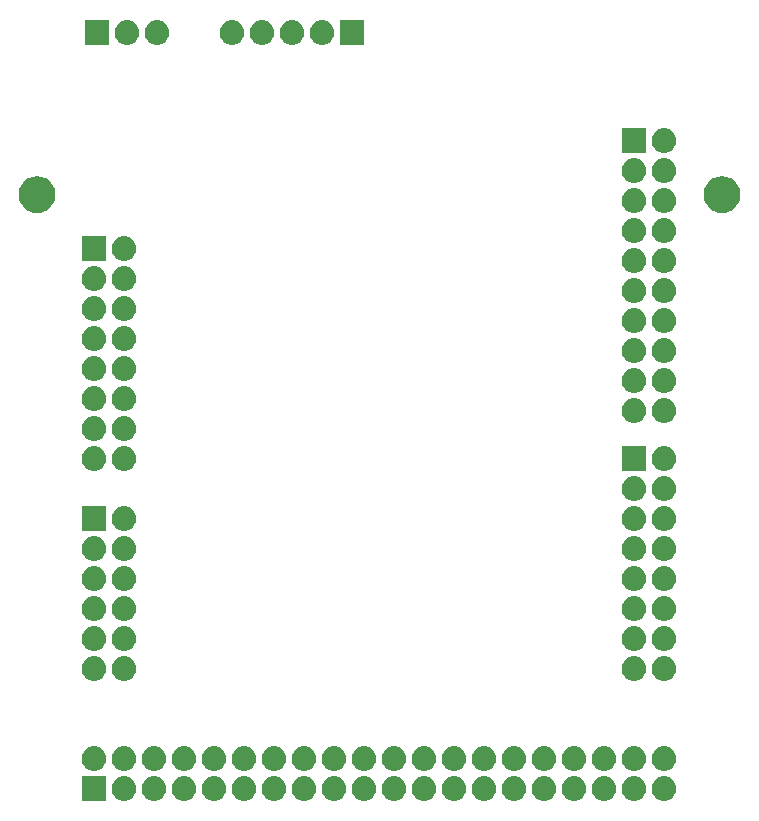
<source format=gbr>
G04 #@! TF.GenerationSoftware,KiCad,Pcbnew,(5.0.1)-4*
G04 #@! TF.CreationDate,2018-11-19T00:54:06-05:00*
G04 #@! TF.ProjectId,k64shield,6B3634736869656C642E6B696361645F,rev?*
G04 #@! TF.SameCoordinates,Original*
G04 #@! TF.FileFunction,Soldermask,Bot*
G04 #@! TF.FilePolarity,Negative*
%FSLAX46Y46*%
G04 Gerber Fmt 4.6, Leading zero omitted, Abs format (unit mm)*
G04 Created by KiCad (PCBNEW (5.0.1)-4) date 11/19/2018 12:54:06 AM*
%MOMM*%
%LPD*%
G01*
G04 APERTURE LIST*
%ADD10C,0.100000*%
G04 APERTURE END LIST*
D10*
G36*
X97824000Y-122970000D02*
X95724000Y-122970000D01*
X95724000Y-120870000D01*
X97824000Y-120870000D01*
X97824000Y-122970000D01*
X97824000Y-122970000D01*
G37*
G36*
X122302707Y-120877596D02*
X122379836Y-120885193D01*
X122511787Y-120925220D01*
X122577763Y-120945233D01*
X122760172Y-121042733D01*
X122920054Y-121173946D01*
X123051267Y-121333828D01*
X123148767Y-121516237D01*
X123148767Y-121516238D01*
X123208807Y-121714164D01*
X123229080Y-121920000D01*
X123208807Y-122125836D01*
X123168780Y-122257787D01*
X123148767Y-122323763D01*
X123051267Y-122506172D01*
X122920054Y-122666054D01*
X122760172Y-122797267D01*
X122577763Y-122894767D01*
X122511787Y-122914780D01*
X122379836Y-122954807D01*
X122302707Y-122962403D01*
X122225580Y-122970000D01*
X122122420Y-122970000D01*
X122045293Y-122962403D01*
X121968164Y-122954807D01*
X121836213Y-122914780D01*
X121770237Y-122894767D01*
X121587828Y-122797267D01*
X121427946Y-122666054D01*
X121296733Y-122506172D01*
X121199233Y-122323763D01*
X121179220Y-122257787D01*
X121139193Y-122125836D01*
X121118920Y-121920000D01*
X121139193Y-121714164D01*
X121199233Y-121516238D01*
X121199233Y-121516237D01*
X121296733Y-121333828D01*
X121427946Y-121173946D01*
X121587828Y-121042733D01*
X121770237Y-120945233D01*
X121836213Y-120925220D01*
X121968164Y-120885193D01*
X122045293Y-120877596D01*
X122122420Y-120870000D01*
X122225580Y-120870000D01*
X122302707Y-120877596D01*
X122302707Y-120877596D01*
G37*
G36*
X145162707Y-120877596D02*
X145239836Y-120885193D01*
X145371787Y-120925220D01*
X145437763Y-120945233D01*
X145620172Y-121042733D01*
X145780054Y-121173946D01*
X145911267Y-121333828D01*
X146008767Y-121516237D01*
X146008767Y-121516238D01*
X146068807Y-121714164D01*
X146089080Y-121920000D01*
X146068807Y-122125836D01*
X146028780Y-122257787D01*
X146008767Y-122323763D01*
X145911267Y-122506172D01*
X145780054Y-122666054D01*
X145620172Y-122797267D01*
X145437763Y-122894767D01*
X145371787Y-122914780D01*
X145239836Y-122954807D01*
X145162707Y-122962403D01*
X145085580Y-122970000D01*
X144982420Y-122970000D01*
X144905293Y-122962403D01*
X144828164Y-122954807D01*
X144696213Y-122914780D01*
X144630237Y-122894767D01*
X144447828Y-122797267D01*
X144287946Y-122666054D01*
X144156733Y-122506172D01*
X144059233Y-122323763D01*
X144039220Y-122257787D01*
X143999193Y-122125836D01*
X143978920Y-121920000D01*
X143999193Y-121714164D01*
X144059233Y-121516238D01*
X144059233Y-121516237D01*
X144156733Y-121333828D01*
X144287946Y-121173946D01*
X144447828Y-121042733D01*
X144630237Y-120945233D01*
X144696213Y-120925220D01*
X144828164Y-120885193D01*
X144905293Y-120877596D01*
X144982420Y-120870000D01*
X145085580Y-120870000D01*
X145162707Y-120877596D01*
X145162707Y-120877596D01*
G37*
G36*
X140082707Y-120877596D02*
X140159836Y-120885193D01*
X140291787Y-120925220D01*
X140357763Y-120945233D01*
X140540172Y-121042733D01*
X140700054Y-121173946D01*
X140831267Y-121333828D01*
X140928767Y-121516237D01*
X140928767Y-121516238D01*
X140988807Y-121714164D01*
X141009080Y-121920000D01*
X140988807Y-122125836D01*
X140948780Y-122257787D01*
X140928767Y-122323763D01*
X140831267Y-122506172D01*
X140700054Y-122666054D01*
X140540172Y-122797267D01*
X140357763Y-122894767D01*
X140291787Y-122914780D01*
X140159836Y-122954807D01*
X140082707Y-122962403D01*
X140005580Y-122970000D01*
X139902420Y-122970000D01*
X139825293Y-122962403D01*
X139748164Y-122954807D01*
X139616213Y-122914780D01*
X139550237Y-122894767D01*
X139367828Y-122797267D01*
X139207946Y-122666054D01*
X139076733Y-122506172D01*
X138979233Y-122323763D01*
X138959220Y-122257787D01*
X138919193Y-122125836D01*
X138898920Y-121920000D01*
X138919193Y-121714164D01*
X138979233Y-121516238D01*
X138979233Y-121516237D01*
X139076733Y-121333828D01*
X139207946Y-121173946D01*
X139367828Y-121042733D01*
X139550237Y-120945233D01*
X139616213Y-120925220D01*
X139748164Y-120885193D01*
X139825293Y-120877596D01*
X139902420Y-120870000D01*
X140005580Y-120870000D01*
X140082707Y-120877596D01*
X140082707Y-120877596D01*
G37*
G36*
X137542707Y-120877596D02*
X137619836Y-120885193D01*
X137751787Y-120925220D01*
X137817763Y-120945233D01*
X138000172Y-121042733D01*
X138160054Y-121173946D01*
X138291267Y-121333828D01*
X138388767Y-121516237D01*
X138388767Y-121516238D01*
X138448807Y-121714164D01*
X138469080Y-121920000D01*
X138448807Y-122125836D01*
X138408780Y-122257787D01*
X138388767Y-122323763D01*
X138291267Y-122506172D01*
X138160054Y-122666054D01*
X138000172Y-122797267D01*
X137817763Y-122894767D01*
X137751787Y-122914780D01*
X137619836Y-122954807D01*
X137542707Y-122962403D01*
X137465580Y-122970000D01*
X137362420Y-122970000D01*
X137285293Y-122962403D01*
X137208164Y-122954807D01*
X137076213Y-122914780D01*
X137010237Y-122894767D01*
X136827828Y-122797267D01*
X136667946Y-122666054D01*
X136536733Y-122506172D01*
X136439233Y-122323763D01*
X136419220Y-122257787D01*
X136379193Y-122125836D01*
X136358920Y-121920000D01*
X136379193Y-121714164D01*
X136439233Y-121516238D01*
X136439233Y-121516237D01*
X136536733Y-121333828D01*
X136667946Y-121173946D01*
X136827828Y-121042733D01*
X137010237Y-120945233D01*
X137076213Y-120925220D01*
X137208164Y-120885193D01*
X137285293Y-120877596D01*
X137362420Y-120870000D01*
X137465580Y-120870000D01*
X137542707Y-120877596D01*
X137542707Y-120877596D01*
G37*
G36*
X135002707Y-120877596D02*
X135079836Y-120885193D01*
X135211787Y-120925220D01*
X135277763Y-120945233D01*
X135460172Y-121042733D01*
X135620054Y-121173946D01*
X135751267Y-121333828D01*
X135848767Y-121516237D01*
X135848767Y-121516238D01*
X135908807Y-121714164D01*
X135929080Y-121920000D01*
X135908807Y-122125836D01*
X135868780Y-122257787D01*
X135848767Y-122323763D01*
X135751267Y-122506172D01*
X135620054Y-122666054D01*
X135460172Y-122797267D01*
X135277763Y-122894767D01*
X135211787Y-122914780D01*
X135079836Y-122954807D01*
X135002707Y-122962403D01*
X134925580Y-122970000D01*
X134822420Y-122970000D01*
X134745293Y-122962403D01*
X134668164Y-122954807D01*
X134536213Y-122914780D01*
X134470237Y-122894767D01*
X134287828Y-122797267D01*
X134127946Y-122666054D01*
X133996733Y-122506172D01*
X133899233Y-122323763D01*
X133879220Y-122257787D01*
X133839193Y-122125836D01*
X133818920Y-121920000D01*
X133839193Y-121714164D01*
X133899233Y-121516238D01*
X133899233Y-121516237D01*
X133996733Y-121333828D01*
X134127946Y-121173946D01*
X134287828Y-121042733D01*
X134470237Y-120945233D01*
X134536213Y-120925220D01*
X134668164Y-120885193D01*
X134745293Y-120877596D01*
X134822420Y-120870000D01*
X134925580Y-120870000D01*
X135002707Y-120877596D01*
X135002707Y-120877596D01*
G37*
G36*
X132462707Y-120877596D02*
X132539836Y-120885193D01*
X132671787Y-120925220D01*
X132737763Y-120945233D01*
X132920172Y-121042733D01*
X133080054Y-121173946D01*
X133211267Y-121333828D01*
X133308767Y-121516237D01*
X133308767Y-121516238D01*
X133368807Y-121714164D01*
X133389080Y-121920000D01*
X133368807Y-122125836D01*
X133328780Y-122257787D01*
X133308767Y-122323763D01*
X133211267Y-122506172D01*
X133080054Y-122666054D01*
X132920172Y-122797267D01*
X132737763Y-122894767D01*
X132671787Y-122914780D01*
X132539836Y-122954807D01*
X132462707Y-122962403D01*
X132385580Y-122970000D01*
X132282420Y-122970000D01*
X132205293Y-122962403D01*
X132128164Y-122954807D01*
X131996213Y-122914780D01*
X131930237Y-122894767D01*
X131747828Y-122797267D01*
X131587946Y-122666054D01*
X131456733Y-122506172D01*
X131359233Y-122323763D01*
X131339220Y-122257787D01*
X131299193Y-122125836D01*
X131278920Y-121920000D01*
X131299193Y-121714164D01*
X131359233Y-121516238D01*
X131359233Y-121516237D01*
X131456733Y-121333828D01*
X131587946Y-121173946D01*
X131747828Y-121042733D01*
X131930237Y-120945233D01*
X131996213Y-120925220D01*
X132128164Y-120885193D01*
X132205293Y-120877596D01*
X132282420Y-120870000D01*
X132385580Y-120870000D01*
X132462707Y-120877596D01*
X132462707Y-120877596D01*
G37*
G36*
X129922707Y-120877596D02*
X129999836Y-120885193D01*
X130131787Y-120925220D01*
X130197763Y-120945233D01*
X130380172Y-121042733D01*
X130540054Y-121173946D01*
X130671267Y-121333828D01*
X130768767Y-121516237D01*
X130768767Y-121516238D01*
X130828807Y-121714164D01*
X130849080Y-121920000D01*
X130828807Y-122125836D01*
X130788780Y-122257787D01*
X130768767Y-122323763D01*
X130671267Y-122506172D01*
X130540054Y-122666054D01*
X130380172Y-122797267D01*
X130197763Y-122894767D01*
X130131787Y-122914780D01*
X129999836Y-122954807D01*
X129922707Y-122962403D01*
X129845580Y-122970000D01*
X129742420Y-122970000D01*
X129665293Y-122962403D01*
X129588164Y-122954807D01*
X129456213Y-122914780D01*
X129390237Y-122894767D01*
X129207828Y-122797267D01*
X129047946Y-122666054D01*
X128916733Y-122506172D01*
X128819233Y-122323763D01*
X128799220Y-122257787D01*
X128759193Y-122125836D01*
X128738920Y-121920000D01*
X128759193Y-121714164D01*
X128819233Y-121516238D01*
X128819233Y-121516237D01*
X128916733Y-121333828D01*
X129047946Y-121173946D01*
X129207828Y-121042733D01*
X129390237Y-120945233D01*
X129456213Y-120925220D01*
X129588164Y-120885193D01*
X129665293Y-120877596D01*
X129742420Y-120870000D01*
X129845580Y-120870000D01*
X129922707Y-120877596D01*
X129922707Y-120877596D01*
G37*
G36*
X127382707Y-120877596D02*
X127459836Y-120885193D01*
X127591787Y-120925220D01*
X127657763Y-120945233D01*
X127840172Y-121042733D01*
X128000054Y-121173946D01*
X128131267Y-121333828D01*
X128228767Y-121516237D01*
X128228767Y-121516238D01*
X128288807Y-121714164D01*
X128309080Y-121920000D01*
X128288807Y-122125836D01*
X128248780Y-122257787D01*
X128228767Y-122323763D01*
X128131267Y-122506172D01*
X128000054Y-122666054D01*
X127840172Y-122797267D01*
X127657763Y-122894767D01*
X127591787Y-122914780D01*
X127459836Y-122954807D01*
X127382707Y-122962403D01*
X127305580Y-122970000D01*
X127202420Y-122970000D01*
X127125293Y-122962403D01*
X127048164Y-122954807D01*
X126916213Y-122914780D01*
X126850237Y-122894767D01*
X126667828Y-122797267D01*
X126507946Y-122666054D01*
X126376733Y-122506172D01*
X126279233Y-122323763D01*
X126259220Y-122257787D01*
X126219193Y-122125836D01*
X126198920Y-121920000D01*
X126219193Y-121714164D01*
X126279233Y-121516238D01*
X126279233Y-121516237D01*
X126376733Y-121333828D01*
X126507946Y-121173946D01*
X126667828Y-121042733D01*
X126850237Y-120945233D01*
X126916213Y-120925220D01*
X127048164Y-120885193D01*
X127125293Y-120877596D01*
X127202420Y-120870000D01*
X127305580Y-120870000D01*
X127382707Y-120877596D01*
X127382707Y-120877596D01*
G37*
G36*
X124842707Y-120877596D02*
X124919836Y-120885193D01*
X125051787Y-120925220D01*
X125117763Y-120945233D01*
X125300172Y-121042733D01*
X125460054Y-121173946D01*
X125591267Y-121333828D01*
X125688767Y-121516237D01*
X125688767Y-121516238D01*
X125748807Y-121714164D01*
X125769080Y-121920000D01*
X125748807Y-122125836D01*
X125708780Y-122257787D01*
X125688767Y-122323763D01*
X125591267Y-122506172D01*
X125460054Y-122666054D01*
X125300172Y-122797267D01*
X125117763Y-122894767D01*
X125051787Y-122914780D01*
X124919836Y-122954807D01*
X124842707Y-122962403D01*
X124765580Y-122970000D01*
X124662420Y-122970000D01*
X124585293Y-122962403D01*
X124508164Y-122954807D01*
X124376213Y-122914780D01*
X124310237Y-122894767D01*
X124127828Y-122797267D01*
X123967946Y-122666054D01*
X123836733Y-122506172D01*
X123739233Y-122323763D01*
X123719220Y-122257787D01*
X123679193Y-122125836D01*
X123658920Y-121920000D01*
X123679193Y-121714164D01*
X123739233Y-121516238D01*
X123739233Y-121516237D01*
X123836733Y-121333828D01*
X123967946Y-121173946D01*
X124127828Y-121042733D01*
X124310237Y-120945233D01*
X124376213Y-120925220D01*
X124508164Y-120885193D01*
X124585293Y-120877596D01*
X124662420Y-120870000D01*
X124765580Y-120870000D01*
X124842707Y-120877596D01*
X124842707Y-120877596D01*
G37*
G36*
X142622707Y-120877596D02*
X142699836Y-120885193D01*
X142831787Y-120925220D01*
X142897763Y-120945233D01*
X143080172Y-121042733D01*
X143240054Y-121173946D01*
X143371267Y-121333828D01*
X143468767Y-121516237D01*
X143468767Y-121516238D01*
X143528807Y-121714164D01*
X143549080Y-121920000D01*
X143528807Y-122125836D01*
X143488780Y-122257787D01*
X143468767Y-122323763D01*
X143371267Y-122506172D01*
X143240054Y-122666054D01*
X143080172Y-122797267D01*
X142897763Y-122894767D01*
X142831787Y-122914780D01*
X142699836Y-122954807D01*
X142622707Y-122962403D01*
X142545580Y-122970000D01*
X142442420Y-122970000D01*
X142365293Y-122962403D01*
X142288164Y-122954807D01*
X142156213Y-122914780D01*
X142090237Y-122894767D01*
X141907828Y-122797267D01*
X141747946Y-122666054D01*
X141616733Y-122506172D01*
X141519233Y-122323763D01*
X141499220Y-122257787D01*
X141459193Y-122125836D01*
X141438920Y-121920000D01*
X141459193Y-121714164D01*
X141519233Y-121516238D01*
X141519233Y-121516237D01*
X141616733Y-121333828D01*
X141747946Y-121173946D01*
X141907828Y-121042733D01*
X142090237Y-120945233D01*
X142156213Y-120925220D01*
X142288164Y-120885193D01*
X142365293Y-120877596D01*
X142442420Y-120870000D01*
X142545580Y-120870000D01*
X142622707Y-120877596D01*
X142622707Y-120877596D01*
G37*
G36*
X117222707Y-120877596D02*
X117299836Y-120885193D01*
X117431787Y-120925220D01*
X117497763Y-120945233D01*
X117680172Y-121042733D01*
X117840054Y-121173946D01*
X117971267Y-121333828D01*
X118068767Y-121516237D01*
X118068767Y-121516238D01*
X118128807Y-121714164D01*
X118149080Y-121920000D01*
X118128807Y-122125836D01*
X118088780Y-122257787D01*
X118068767Y-122323763D01*
X117971267Y-122506172D01*
X117840054Y-122666054D01*
X117680172Y-122797267D01*
X117497763Y-122894767D01*
X117431787Y-122914780D01*
X117299836Y-122954807D01*
X117222707Y-122962403D01*
X117145580Y-122970000D01*
X117042420Y-122970000D01*
X116965293Y-122962403D01*
X116888164Y-122954807D01*
X116756213Y-122914780D01*
X116690237Y-122894767D01*
X116507828Y-122797267D01*
X116347946Y-122666054D01*
X116216733Y-122506172D01*
X116119233Y-122323763D01*
X116099220Y-122257787D01*
X116059193Y-122125836D01*
X116038920Y-121920000D01*
X116059193Y-121714164D01*
X116119233Y-121516238D01*
X116119233Y-121516237D01*
X116216733Y-121333828D01*
X116347946Y-121173946D01*
X116507828Y-121042733D01*
X116690237Y-120945233D01*
X116756213Y-120925220D01*
X116888164Y-120885193D01*
X116965293Y-120877596D01*
X117042420Y-120870000D01*
X117145580Y-120870000D01*
X117222707Y-120877596D01*
X117222707Y-120877596D01*
G37*
G36*
X114682707Y-120877596D02*
X114759836Y-120885193D01*
X114891787Y-120925220D01*
X114957763Y-120945233D01*
X115140172Y-121042733D01*
X115300054Y-121173946D01*
X115431267Y-121333828D01*
X115528767Y-121516237D01*
X115528767Y-121516238D01*
X115588807Y-121714164D01*
X115609080Y-121920000D01*
X115588807Y-122125836D01*
X115548780Y-122257787D01*
X115528767Y-122323763D01*
X115431267Y-122506172D01*
X115300054Y-122666054D01*
X115140172Y-122797267D01*
X114957763Y-122894767D01*
X114891787Y-122914780D01*
X114759836Y-122954807D01*
X114682707Y-122962403D01*
X114605580Y-122970000D01*
X114502420Y-122970000D01*
X114425293Y-122962403D01*
X114348164Y-122954807D01*
X114216213Y-122914780D01*
X114150237Y-122894767D01*
X113967828Y-122797267D01*
X113807946Y-122666054D01*
X113676733Y-122506172D01*
X113579233Y-122323763D01*
X113559220Y-122257787D01*
X113519193Y-122125836D01*
X113498920Y-121920000D01*
X113519193Y-121714164D01*
X113579233Y-121516238D01*
X113579233Y-121516237D01*
X113676733Y-121333828D01*
X113807946Y-121173946D01*
X113967828Y-121042733D01*
X114150237Y-120945233D01*
X114216213Y-120925220D01*
X114348164Y-120885193D01*
X114425293Y-120877596D01*
X114502420Y-120870000D01*
X114605580Y-120870000D01*
X114682707Y-120877596D01*
X114682707Y-120877596D01*
G37*
G36*
X112142707Y-120877596D02*
X112219836Y-120885193D01*
X112351787Y-120925220D01*
X112417763Y-120945233D01*
X112600172Y-121042733D01*
X112760054Y-121173946D01*
X112891267Y-121333828D01*
X112988767Y-121516237D01*
X112988767Y-121516238D01*
X113048807Y-121714164D01*
X113069080Y-121920000D01*
X113048807Y-122125836D01*
X113008780Y-122257787D01*
X112988767Y-122323763D01*
X112891267Y-122506172D01*
X112760054Y-122666054D01*
X112600172Y-122797267D01*
X112417763Y-122894767D01*
X112351787Y-122914780D01*
X112219836Y-122954807D01*
X112142707Y-122962403D01*
X112065580Y-122970000D01*
X111962420Y-122970000D01*
X111885293Y-122962403D01*
X111808164Y-122954807D01*
X111676213Y-122914780D01*
X111610237Y-122894767D01*
X111427828Y-122797267D01*
X111267946Y-122666054D01*
X111136733Y-122506172D01*
X111039233Y-122323763D01*
X111019220Y-122257787D01*
X110979193Y-122125836D01*
X110958920Y-121920000D01*
X110979193Y-121714164D01*
X111039233Y-121516238D01*
X111039233Y-121516237D01*
X111136733Y-121333828D01*
X111267946Y-121173946D01*
X111427828Y-121042733D01*
X111610237Y-120945233D01*
X111676213Y-120925220D01*
X111808164Y-120885193D01*
X111885293Y-120877596D01*
X111962420Y-120870000D01*
X112065580Y-120870000D01*
X112142707Y-120877596D01*
X112142707Y-120877596D01*
G37*
G36*
X109602707Y-120877596D02*
X109679836Y-120885193D01*
X109811787Y-120925220D01*
X109877763Y-120945233D01*
X110060172Y-121042733D01*
X110220054Y-121173946D01*
X110351267Y-121333828D01*
X110448767Y-121516237D01*
X110448767Y-121516238D01*
X110508807Y-121714164D01*
X110529080Y-121920000D01*
X110508807Y-122125836D01*
X110468780Y-122257787D01*
X110448767Y-122323763D01*
X110351267Y-122506172D01*
X110220054Y-122666054D01*
X110060172Y-122797267D01*
X109877763Y-122894767D01*
X109811787Y-122914780D01*
X109679836Y-122954807D01*
X109602707Y-122962403D01*
X109525580Y-122970000D01*
X109422420Y-122970000D01*
X109345293Y-122962403D01*
X109268164Y-122954807D01*
X109136213Y-122914780D01*
X109070237Y-122894767D01*
X108887828Y-122797267D01*
X108727946Y-122666054D01*
X108596733Y-122506172D01*
X108499233Y-122323763D01*
X108479220Y-122257787D01*
X108439193Y-122125836D01*
X108418920Y-121920000D01*
X108439193Y-121714164D01*
X108499233Y-121516238D01*
X108499233Y-121516237D01*
X108596733Y-121333828D01*
X108727946Y-121173946D01*
X108887828Y-121042733D01*
X109070237Y-120945233D01*
X109136213Y-120925220D01*
X109268164Y-120885193D01*
X109345293Y-120877596D01*
X109422420Y-120870000D01*
X109525580Y-120870000D01*
X109602707Y-120877596D01*
X109602707Y-120877596D01*
G37*
G36*
X107062707Y-120877596D02*
X107139836Y-120885193D01*
X107271787Y-120925220D01*
X107337763Y-120945233D01*
X107520172Y-121042733D01*
X107680054Y-121173946D01*
X107811267Y-121333828D01*
X107908767Y-121516237D01*
X107908767Y-121516238D01*
X107968807Y-121714164D01*
X107989080Y-121920000D01*
X107968807Y-122125836D01*
X107928780Y-122257787D01*
X107908767Y-122323763D01*
X107811267Y-122506172D01*
X107680054Y-122666054D01*
X107520172Y-122797267D01*
X107337763Y-122894767D01*
X107271787Y-122914780D01*
X107139836Y-122954807D01*
X107062707Y-122962403D01*
X106985580Y-122970000D01*
X106882420Y-122970000D01*
X106805293Y-122962403D01*
X106728164Y-122954807D01*
X106596213Y-122914780D01*
X106530237Y-122894767D01*
X106347828Y-122797267D01*
X106187946Y-122666054D01*
X106056733Y-122506172D01*
X105959233Y-122323763D01*
X105939220Y-122257787D01*
X105899193Y-122125836D01*
X105878920Y-121920000D01*
X105899193Y-121714164D01*
X105959233Y-121516238D01*
X105959233Y-121516237D01*
X106056733Y-121333828D01*
X106187946Y-121173946D01*
X106347828Y-121042733D01*
X106530237Y-120945233D01*
X106596213Y-120925220D01*
X106728164Y-120885193D01*
X106805293Y-120877596D01*
X106882420Y-120870000D01*
X106985580Y-120870000D01*
X107062707Y-120877596D01*
X107062707Y-120877596D01*
G37*
G36*
X104522707Y-120877596D02*
X104599836Y-120885193D01*
X104731787Y-120925220D01*
X104797763Y-120945233D01*
X104980172Y-121042733D01*
X105140054Y-121173946D01*
X105271267Y-121333828D01*
X105368767Y-121516237D01*
X105368767Y-121516238D01*
X105428807Y-121714164D01*
X105449080Y-121920000D01*
X105428807Y-122125836D01*
X105388780Y-122257787D01*
X105368767Y-122323763D01*
X105271267Y-122506172D01*
X105140054Y-122666054D01*
X104980172Y-122797267D01*
X104797763Y-122894767D01*
X104731787Y-122914780D01*
X104599836Y-122954807D01*
X104522707Y-122962403D01*
X104445580Y-122970000D01*
X104342420Y-122970000D01*
X104265293Y-122962403D01*
X104188164Y-122954807D01*
X104056213Y-122914780D01*
X103990237Y-122894767D01*
X103807828Y-122797267D01*
X103647946Y-122666054D01*
X103516733Y-122506172D01*
X103419233Y-122323763D01*
X103399220Y-122257787D01*
X103359193Y-122125836D01*
X103338920Y-121920000D01*
X103359193Y-121714164D01*
X103419233Y-121516238D01*
X103419233Y-121516237D01*
X103516733Y-121333828D01*
X103647946Y-121173946D01*
X103807828Y-121042733D01*
X103990237Y-120945233D01*
X104056213Y-120925220D01*
X104188164Y-120885193D01*
X104265293Y-120877596D01*
X104342420Y-120870000D01*
X104445580Y-120870000D01*
X104522707Y-120877596D01*
X104522707Y-120877596D01*
G37*
G36*
X101982707Y-120877596D02*
X102059836Y-120885193D01*
X102191787Y-120925220D01*
X102257763Y-120945233D01*
X102440172Y-121042733D01*
X102600054Y-121173946D01*
X102731267Y-121333828D01*
X102828767Y-121516237D01*
X102828767Y-121516238D01*
X102888807Y-121714164D01*
X102909080Y-121920000D01*
X102888807Y-122125836D01*
X102848780Y-122257787D01*
X102828767Y-122323763D01*
X102731267Y-122506172D01*
X102600054Y-122666054D01*
X102440172Y-122797267D01*
X102257763Y-122894767D01*
X102191787Y-122914780D01*
X102059836Y-122954807D01*
X101982707Y-122962403D01*
X101905580Y-122970000D01*
X101802420Y-122970000D01*
X101725293Y-122962403D01*
X101648164Y-122954807D01*
X101516213Y-122914780D01*
X101450237Y-122894767D01*
X101267828Y-122797267D01*
X101107946Y-122666054D01*
X100976733Y-122506172D01*
X100879233Y-122323763D01*
X100859220Y-122257787D01*
X100819193Y-122125836D01*
X100798920Y-121920000D01*
X100819193Y-121714164D01*
X100879233Y-121516238D01*
X100879233Y-121516237D01*
X100976733Y-121333828D01*
X101107946Y-121173946D01*
X101267828Y-121042733D01*
X101450237Y-120945233D01*
X101516213Y-120925220D01*
X101648164Y-120885193D01*
X101725293Y-120877596D01*
X101802420Y-120870000D01*
X101905580Y-120870000D01*
X101982707Y-120877596D01*
X101982707Y-120877596D01*
G37*
G36*
X99442707Y-120877596D02*
X99519836Y-120885193D01*
X99651787Y-120925220D01*
X99717763Y-120945233D01*
X99900172Y-121042733D01*
X100060054Y-121173946D01*
X100191267Y-121333828D01*
X100288767Y-121516237D01*
X100288767Y-121516238D01*
X100348807Y-121714164D01*
X100369080Y-121920000D01*
X100348807Y-122125836D01*
X100308780Y-122257787D01*
X100288767Y-122323763D01*
X100191267Y-122506172D01*
X100060054Y-122666054D01*
X99900172Y-122797267D01*
X99717763Y-122894767D01*
X99651787Y-122914780D01*
X99519836Y-122954807D01*
X99442707Y-122962403D01*
X99365580Y-122970000D01*
X99262420Y-122970000D01*
X99185293Y-122962403D01*
X99108164Y-122954807D01*
X98976213Y-122914780D01*
X98910237Y-122894767D01*
X98727828Y-122797267D01*
X98567946Y-122666054D01*
X98436733Y-122506172D01*
X98339233Y-122323763D01*
X98319220Y-122257787D01*
X98279193Y-122125836D01*
X98258920Y-121920000D01*
X98279193Y-121714164D01*
X98339233Y-121516238D01*
X98339233Y-121516237D01*
X98436733Y-121333828D01*
X98567946Y-121173946D01*
X98727828Y-121042733D01*
X98910237Y-120945233D01*
X98976213Y-120925220D01*
X99108164Y-120885193D01*
X99185293Y-120877596D01*
X99262420Y-120870000D01*
X99365580Y-120870000D01*
X99442707Y-120877596D01*
X99442707Y-120877596D01*
G37*
G36*
X119762707Y-120877596D02*
X119839836Y-120885193D01*
X119971787Y-120925220D01*
X120037763Y-120945233D01*
X120220172Y-121042733D01*
X120380054Y-121173946D01*
X120511267Y-121333828D01*
X120608767Y-121516237D01*
X120608767Y-121516238D01*
X120668807Y-121714164D01*
X120689080Y-121920000D01*
X120668807Y-122125836D01*
X120628780Y-122257787D01*
X120608767Y-122323763D01*
X120511267Y-122506172D01*
X120380054Y-122666054D01*
X120220172Y-122797267D01*
X120037763Y-122894767D01*
X119971787Y-122914780D01*
X119839836Y-122954807D01*
X119762707Y-122962403D01*
X119685580Y-122970000D01*
X119582420Y-122970000D01*
X119505293Y-122962403D01*
X119428164Y-122954807D01*
X119296213Y-122914780D01*
X119230237Y-122894767D01*
X119047828Y-122797267D01*
X118887946Y-122666054D01*
X118756733Y-122506172D01*
X118659233Y-122323763D01*
X118639220Y-122257787D01*
X118599193Y-122125836D01*
X118578920Y-121920000D01*
X118599193Y-121714164D01*
X118659233Y-121516238D01*
X118659233Y-121516237D01*
X118756733Y-121333828D01*
X118887946Y-121173946D01*
X119047828Y-121042733D01*
X119230237Y-120945233D01*
X119296213Y-120925220D01*
X119428164Y-120885193D01*
X119505293Y-120877596D01*
X119582420Y-120870000D01*
X119685580Y-120870000D01*
X119762707Y-120877596D01*
X119762707Y-120877596D01*
G37*
G36*
X117222707Y-118337596D02*
X117299836Y-118345193D01*
X117431787Y-118385220D01*
X117497763Y-118405233D01*
X117680172Y-118502733D01*
X117840054Y-118633946D01*
X117971267Y-118793828D01*
X118068767Y-118976237D01*
X118068767Y-118976238D01*
X118128807Y-119174164D01*
X118149080Y-119380000D01*
X118128807Y-119585836D01*
X118088780Y-119717787D01*
X118068767Y-119783763D01*
X117971267Y-119966172D01*
X117840054Y-120126054D01*
X117680172Y-120257267D01*
X117497763Y-120354767D01*
X117431787Y-120374780D01*
X117299836Y-120414807D01*
X117222707Y-120422404D01*
X117145580Y-120430000D01*
X117042420Y-120430000D01*
X116965293Y-120422404D01*
X116888164Y-120414807D01*
X116756213Y-120374780D01*
X116690237Y-120354767D01*
X116507828Y-120257267D01*
X116347946Y-120126054D01*
X116216733Y-119966172D01*
X116119233Y-119783763D01*
X116099220Y-119717787D01*
X116059193Y-119585836D01*
X116038920Y-119380000D01*
X116059193Y-119174164D01*
X116119233Y-118976238D01*
X116119233Y-118976237D01*
X116216733Y-118793828D01*
X116347946Y-118633946D01*
X116507828Y-118502733D01*
X116690237Y-118405233D01*
X116756213Y-118385220D01*
X116888164Y-118345193D01*
X116965293Y-118337596D01*
X117042420Y-118330000D01*
X117145580Y-118330000D01*
X117222707Y-118337596D01*
X117222707Y-118337596D01*
G37*
G36*
X127382707Y-118337596D02*
X127459836Y-118345193D01*
X127591787Y-118385220D01*
X127657763Y-118405233D01*
X127840172Y-118502733D01*
X128000054Y-118633946D01*
X128131267Y-118793828D01*
X128228767Y-118976237D01*
X128228767Y-118976238D01*
X128288807Y-119174164D01*
X128309080Y-119380000D01*
X128288807Y-119585836D01*
X128248780Y-119717787D01*
X128228767Y-119783763D01*
X128131267Y-119966172D01*
X128000054Y-120126054D01*
X127840172Y-120257267D01*
X127657763Y-120354767D01*
X127591787Y-120374780D01*
X127459836Y-120414807D01*
X127382707Y-120422404D01*
X127305580Y-120430000D01*
X127202420Y-120430000D01*
X127125293Y-120422404D01*
X127048164Y-120414807D01*
X126916213Y-120374780D01*
X126850237Y-120354767D01*
X126667828Y-120257267D01*
X126507946Y-120126054D01*
X126376733Y-119966172D01*
X126279233Y-119783763D01*
X126259220Y-119717787D01*
X126219193Y-119585836D01*
X126198920Y-119380000D01*
X126219193Y-119174164D01*
X126279233Y-118976238D01*
X126279233Y-118976237D01*
X126376733Y-118793828D01*
X126507946Y-118633946D01*
X126667828Y-118502733D01*
X126850237Y-118405233D01*
X126916213Y-118385220D01*
X127048164Y-118345193D01*
X127125293Y-118337596D01*
X127202420Y-118330000D01*
X127305580Y-118330000D01*
X127382707Y-118337596D01*
X127382707Y-118337596D01*
G37*
G36*
X119762707Y-118337596D02*
X119839836Y-118345193D01*
X119971787Y-118385220D01*
X120037763Y-118405233D01*
X120220172Y-118502733D01*
X120380054Y-118633946D01*
X120511267Y-118793828D01*
X120608767Y-118976237D01*
X120608767Y-118976238D01*
X120668807Y-119174164D01*
X120689080Y-119380000D01*
X120668807Y-119585836D01*
X120628780Y-119717787D01*
X120608767Y-119783763D01*
X120511267Y-119966172D01*
X120380054Y-120126054D01*
X120220172Y-120257267D01*
X120037763Y-120354767D01*
X119971787Y-120374780D01*
X119839836Y-120414807D01*
X119762707Y-120422404D01*
X119685580Y-120430000D01*
X119582420Y-120430000D01*
X119505293Y-120422404D01*
X119428164Y-120414807D01*
X119296213Y-120374780D01*
X119230237Y-120354767D01*
X119047828Y-120257267D01*
X118887946Y-120126054D01*
X118756733Y-119966172D01*
X118659233Y-119783763D01*
X118639220Y-119717787D01*
X118599193Y-119585836D01*
X118578920Y-119380000D01*
X118599193Y-119174164D01*
X118659233Y-118976238D01*
X118659233Y-118976237D01*
X118756733Y-118793828D01*
X118887946Y-118633946D01*
X119047828Y-118502733D01*
X119230237Y-118405233D01*
X119296213Y-118385220D01*
X119428164Y-118345193D01*
X119505293Y-118337596D01*
X119582420Y-118330000D01*
X119685580Y-118330000D01*
X119762707Y-118337596D01*
X119762707Y-118337596D01*
G37*
G36*
X122302707Y-118337596D02*
X122379836Y-118345193D01*
X122511787Y-118385220D01*
X122577763Y-118405233D01*
X122760172Y-118502733D01*
X122920054Y-118633946D01*
X123051267Y-118793828D01*
X123148767Y-118976237D01*
X123148767Y-118976238D01*
X123208807Y-119174164D01*
X123229080Y-119380000D01*
X123208807Y-119585836D01*
X123168780Y-119717787D01*
X123148767Y-119783763D01*
X123051267Y-119966172D01*
X122920054Y-120126054D01*
X122760172Y-120257267D01*
X122577763Y-120354767D01*
X122511787Y-120374780D01*
X122379836Y-120414807D01*
X122302707Y-120422404D01*
X122225580Y-120430000D01*
X122122420Y-120430000D01*
X122045293Y-120422404D01*
X121968164Y-120414807D01*
X121836213Y-120374780D01*
X121770237Y-120354767D01*
X121587828Y-120257267D01*
X121427946Y-120126054D01*
X121296733Y-119966172D01*
X121199233Y-119783763D01*
X121179220Y-119717787D01*
X121139193Y-119585836D01*
X121118920Y-119380000D01*
X121139193Y-119174164D01*
X121199233Y-118976238D01*
X121199233Y-118976237D01*
X121296733Y-118793828D01*
X121427946Y-118633946D01*
X121587828Y-118502733D01*
X121770237Y-118405233D01*
X121836213Y-118385220D01*
X121968164Y-118345193D01*
X122045293Y-118337596D01*
X122122420Y-118330000D01*
X122225580Y-118330000D01*
X122302707Y-118337596D01*
X122302707Y-118337596D01*
G37*
G36*
X124842707Y-118337596D02*
X124919836Y-118345193D01*
X125051787Y-118385220D01*
X125117763Y-118405233D01*
X125300172Y-118502733D01*
X125460054Y-118633946D01*
X125591267Y-118793828D01*
X125688767Y-118976237D01*
X125688767Y-118976238D01*
X125748807Y-119174164D01*
X125769080Y-119380000D01*
X125748807Y-119585836D01*
X125708780Y-119717787D01*
X125688767Y-119783763D01*
X125591267Y-119966172D01*
X125460054Y-120126054D01*
X125300172Y-120257267D01*
X125117763Y-120354767D01*
X125051787Y-120374780D01*
X124919836Y-120414807D01*
X124842707Y-120422404D01*
X124765580Y-120430000D01*
X124662420Y-120430000D01*
X124585293Y-120422404D01*
X124508164Y-120414807D01*
X124376213Y-120374780D01*
X124310237Y-120354767D01*
X124127828Y-120257267D01*
X123967946Y-120126054D01*
X123836733Y-119966172D01*
X123739233Y-119783763D01*
X123719220Y-119717787D01*
X123679193Y-119585836D01*
X123658920Y-119380000D01*
X123679193Y-119174164D01*
X123739233Y-118976238D01*
X123739233Y-118976237D01*
X123836733Y-118793828D01*
X123967946Y-118633946D01*
X124127828Y-118502733D01*
X124310237Y-118405233D01*
X124376213Y-118385220D01*
X124508164Y-118345193D01*
X124585293Y-118337596D01*
X124662420Y-118330000D01*
X124765580Y-118330000D01*
X124842707Y-118337596D01*
X124842707Y-118337596D01*
G37*
G36*
X129922707Y-118337596D02*
X129999836Y-118345193D01*
X130131787Y-118385220D01*
X130197763Y-118405233D01*
X130380172Y-118502733D01*
X130540054Y-118633946D01*
X130671267Y-118793828D01*
X130768767Y-118976237D01*
X130768767Y-118976238D01*
X130828807Y-119174164D01*
X130849080Y-119380000D01*
X130828807Y-119585836D01*
X130788780Y-119717787D01*
X130768767Y-119783763D01*
X130671267Y-119966172D01*
X130540054Y-120126054D01*
X130380172Y-120257267D01*
X130197763Y-120354767D01*
X130131787Y-120374780D01*
X129999836Y-120414807D01*
X129922707Y-120422404D01*
X129845580Y-120430000D01*
X129742420Y-120430000D01*
X129665293Y-120422404D01*
X129588164Y-120414807D01*
X129456213Y-120374780D01*
X129390237Y-120354767D01*
X129207828Y-120257267D01*
X129047946Y-120126054D01*
X128916733Y-119966172D01*
X128819233Y-119783763D01*
X128799220Y-119717787D01*
X128759193Y-119585836D01*
X128738920Y-119380000D01*
X128759193Y-119174164D01*
X128819233Y-118976238D01*
X128819233Y-118976237D01*
X128916733Y-118793828D01*
X129047946Y-118633946D01*
X129207828Y-118502733D01*
X129390237Y-118405233D01*
X129456213Y-118385220D01*
X129588164Y-118345193D01*
X129665293Y-118337596D01*
X129742420Y-118330000D01*
X129845580Y-118330000D01*
X129922707Y-118337596D01*
X129922707Y-118337596D01*
G37*
G36*
X132462707Y-118337596D02*
X132539836Y-118345193D01*
X132671787Y-118385220D01*
X132737763Y-118405233D01*
X132920172Y-118502733D01*
X133080054Y-118633946D01*
X133211267Y-118793828D01*
X133308767Y-118976237D01*
X133308767Y-118976238D01*
X133368807Y-119174164D01*
X133389080Y-119380000D01*
X133368807Y-119585836D01*
X133328780Y-119717787D01*
X133308767Y-119783763D01*
X133211267Y-119966172D01*
X133080054Y-120126054D01*
X132920172Y-120257267D01*
X132737763Y-120354767D01*
X132671787Y-120374780D01*
X132539836Y-120414807D01*
X132462707Y-120422404D01*
X132385580Y-120430000D01*
X132282420Y-120430000D01*
X132205293Y-120422404D01*
X132128164Y-120414807D01*
X131996213Y-120374780D01*
X131930237Y-120354767D01*
X131747828Y-120257267D01*
X131587946Y-120126054D01*
X131456733Y-119966172D01*
X131359233Y-119783763D01*
X131339220Y-119717787D01*
X131299193Y-119585836D01*
X131278920Y-119380000D01*
X131299193Y-119174164D01*
X131359233Y-118976238D01*
X131359233Y-118976237D01*
X131456733Y-118793828D01*
X131587946Y-118633946D01*
X131747828Y-118502733D01*
X131930237Y-118405233D01*
X131996213Y-118385220D01*
X132128164Y-118345193D01*
X132205293Y-118337596D01*
X132282420Y-118330000D01*
X132385580Y-118330000D01*
X132462707Y-118337596D01*
X132462707Y-118337596D01*
G37*
G36*
X135002707Y-118337596D02*
X135079836Y-118345193D01*
X135211787Y-118385220D01*
X135277763Y-118405233D01*
X135460172Y-118502733D01*
X135620054Y-118633946D01*
X135751267Y-118793828D01*
X135848767Y-118976237D01*
X135848767Y-118976238D01*
X135908807Y-119174164D01*
X135929080Y-119380000D01*
X135908807Y-119585836D01*
X135868780Y-119717787D01*
X135848767Y-119783763D01*
X135751267Y-119966172D01*
X135620054Y-120126054D01*
X135460172Y-120257267D01*
X135277763Y-120354767D01*
X135211787Y-120374780D01*
X135079836Y-120414807D01*
X135002707Y-120422404D01*
X134925580Y-120430000D01*
X134822420Y-120430000D01*
X134745293Y-120422404D01*
X134668164Y-120414807D01*
X134536213Y-120374780D01*
X134470237Y-120354767D01*
X134287828Y-120257267D01*
X134127946Y-120126054D01*
X133996733Y-119966172D01*
X133899233Y-119783763D01*
X133879220Y-119717787D01*
X133839193Y-119585836D01*
X133818920Y-119380000D01*
X133839193Y-119174164D01*
X133899233Y-118976238D01*
X133899233Y-118976237D01*
X133996733Y-118793828D01*
X134127946Y-118633946D01*
X134287828Y-118502733D01*
X134470237Y-118405233D01*
X134536213Y-118385220D01*
X134668164Y-118345193D01*
X134745293Y-118337596D01*
X134822420Y-118330000D01*
X134925580Y-118330000D01*
X135002707Y-118337596D01*
X135002707Y-118337596D01*
G37*
G36*
X137542707Y-118337596D02*
X137619836Y-118345193D01*
X137751787Y-118385220D01*
X137817763Y-118405233D01*
X138000172Y-118502733D01*
X138160054Y-118633946D01*
X138291267Y-118793828D01*
X138388767Y-118976237D01*
X138388767Y-118976238D01*
X138448807Y-119174164D01*
X138469080Y-119380000D01*
X138448807Y-119585836D01*
X138408780Y-119717787D01*
X138388767Y-119783763D01*
X138291267Y-119966172D01*
X138160054Y-120126054D01*
X138000172Y-120257267D01*
X137817763Y-120354767D01*
X137751787Y-120374780D01*
X137619836Y-120414807D01*
X137542707Y-120422404D01*
X137465580Y-120430000D01*
X137362420Y-120430000D01*
X137285293Y-120422404D01*
X137208164Y-120414807D01*
X137076213Y-120374780D01*
X137010237Y-120354767D01*
X136827828Y-120257267D01*
X136667946Y-120126054D01*
X136536733Y-119966172D01*
X136439233Y-119783763D01*
X136419220Y-119717787D01*
X136379193Y-119585836D01*
X136358920Y-119380000D01*
X136379193Y-119174164D01*
X136439233Y-118976238D01*
X136439233Y-118976237D01*
X136536733Y-118793828D01*
X136667946Y-118633946D01*
X136827828Y-118502733D01*
X137010237Y-118405233D01*
X137076213Y-118385220D01*
X137208164Y-118345193D01*
X137285293Y-118337596D01*
X137362420Y-118330000D01*
X137465580Y-118330000D01*
X137542707Y-118337596D01*
X137542707Y-118337596D01*
G37*
G36*
X142622707Y-118337596D02*
X142699836Y-118345193D01*
X142831787Y-118385220D01*
X142897763Y-118405233D01*
X143080172Y-118502733D01*
X143240054Y-118633946D01*
X143371267Y-118793828D01*
X143468767Y-118976237D01*
X143468767Y-118976238D01*
X143528807Y-119174164D01*
X143549080Y-119380000D01*
X143528807Y-119585836D01*
X143488780Y-119717787D01*
X143468767Y-119783763D01*
X143371267Y-119966172D01*
X143240054Y-120126054D01*
X143080172Y-120257267D01*
X142897763Y-120354767D01*
X142831787Y-120374780D01*
X142699836Y-120414807D01*
X142622707Y-120422404D01*
X142545580Y-120430000D01*
X142442420Y-120430000D01*
X142365293Y-120422404D01*
X142288164Y-120414807D01*
X142156213Y-120374780D01*
X142090237Y-120354767D01*
X141907828Y-120257267D01*
X141747946Y-120126054D01*
X141616733Y-119966172D01*
X141519233Y-119783763D01*
X141499220Y-119717787D01*
X141459193Y-119585836D01*
X141438920Y-119380000D01*
X141459193Y-119174164D01*
X141519233Y-118976238D01*
X141519233Y-118976237D01*
X141616733Y-118793828D01*
X141747946Y-118633946D01*
X141907828Y-118502733D01*
X142090237Y-118405233D01*
X142156213Y-118385220D01*
X142288164Y-118345193D01*
X142365293Y-118337596D01*
X142442420Y-118330000D01*
X142545580Y-118330000D01*
X142622707Y-118337596D01*
X142622707Y-118337596D01*
G37*
G36*
X112142707Y-118337596D02*
X112219836Y-118345193D01*
X112351787Y-118385220D01*
X112417763Y-118405233D01*
X112600172Y-118502733D01*
X112760054Y-118633946D01*
X112891267Y-118793828D01*
X112988767Y-118976237D01*
X112988767Y-118976238D01*
X113048807Y-119174164D01*
X113069080Y-119380000D01*
X113048807Y-119585836D01*
X113008780Y-119717787D01*
X112988767Y-119783763D01*
X112891267Y-119966172D01*
X112760054Y-120126054D01*
X112600172Y-120257267D01*
X112417763Y-120354767D01*
X112351787Y-120374780D01*
X112219836Y-120414807D01*
X112142707Y-120422404D01*
X112065580Y-120430000D01*
X111962420Y-120430000D01*
X111885293Y-120422404D01*
X111808164Y-120414807D01*
X111676213Y-120374780D01*
X111610237Y-120354767D01*
X111427828Y-120257267D01*
X111267946Y-120126054D01*
X111136733Y-119966172D01*
X111039233Y-119783763D01*
X111019220Y-119717787D01*
X110979193Y-119585836D01*
X110958920Y-119380000D01*
X110979193Y-119174164D01*
X111039233Y-118976238D01*
X111039233Y-118976237D01*
X111136733Y-118793828D01*
X111267946Y-118633946D01*
X111427828Y-118502733D01*
X111610237Y-118405233D01*
X111676213Y-118385220D01*
X111808164Y-118345193D01*
X111885293Y-118337596D01*
X111962420Y-118330000D01*
X112065580Y-118330000D01*
X112142707Y-118337596D01*
X112142707Y-118337596D01*
G37*
G36*
X140082707Y-118337596D02*
X140159836Y-118345193D01*
X140291787Y-118385220D01*
X140357763Y-118405233D01*
X140540172Y-118502733D01*
X140700054Y-118633946D01*
X140831267Y-118793828D01*
X140928767Y-118976237D01*
X140928767Y-118976238D01*
X140988807Y-119174164D01*
X141009080Y-119380000D01*
X140988807Y-119585836D01*
X140948780Y-119717787D01*
X140928767Y-119783763D01*
X140831267Y-119966172D01*
X140700054Y-120126054D01*
X140540172Y-120257267D01*
X140357763Y-120354767D01*
X140291787Y-120374780D01*
X140159836Y-120414807D01*
X140082707Y-120422404D01*
X140005580Y-120430000D01*
X139902420Y-120430000D01*
X139825293Y-120422404D01*
X139748164Y-120414807D01*
X139616213Y-120374780D01*
X139550237Y-120354767D01*
X139367828Y-120257267D01*
X139207946Y-120126054D01*
X139076733Y-119966172D01*
X138979233Y-119783763D01*
X138959220Y-119717787D01*
X138919193Y-119585836D01*
X138898920Y-119380000D01*
X138919193Y-119174164D01*
X138979233Y-118976238D01*
X138979233Y-118976237D01*
X139076733Y-118793828D01*
X139207946Y-118633946D01*
X139367828Y-118502733D01*
X139550237Y-118405233D01*
X139616213Y-118385220D01*
X139748164Y-118345193D01*
X139825293Y-118337596D01*
X139902420Y-118330000D01*
X140005580Y-118330000D01*
X140082707Y-118337596D01*
X140082707Y-118337596D01*
G37*
G36*
X96902707Y-118337596D02*
X96979836Y-118345193D01*
X97111787Y-118385220D01*
X97177763Y-118405233D01*
X97360172Y-118502733D01*
X97520054Y-118633946D01*
X97651267Y-118793828D01*
X97748767Y-118976237D01*
X97748767Y-118976238D01*
X97808807Y-119174164D01*
X97829080Y-119380000D01*
X97808807Y-119585836D01*
X97768780Y-119717787D01*
X97748767Y-119783763D01*
X97651267Y-119966172D01*
X97520054Y-120126054D01*
X97360172Y-120257267D01*
X97177763Y-120354767D01*
X97111787Y-120374780D01*
X96979836Y-120414807D01*
X96902707Y-120422404D01*
X96825580Y-120430000D01*
X96722420Y-120430000D01*
X96645293Y-120422404D01*
X96568164Y-120414807D01*
X96436213Y-120374780D01*
X96370237Y-120354767D01*
X96187828Y-120257267D01*
X96027946Y-120126054D01*
X95896733Y-119966172D01*
X95799233Y-119783763D01*
X95779220Y-119717787D01*
X95739193Y-119585836D01*
X95718920Y-119380000D01*
X95739193Y-119174164D01*
X95799233Y-118976238D01*
X95799233Y-118976237D01*
X95896733Y-118793828D01*
X96027946Y-118633946D01*
X96187828Y-118502733D01*
X96370237Y-118405233D01*
X96436213Y-118385220D01*
X96568164Y-118345193D01*
X96645293Y-118337596D01*
X96722420Y-118330000D01*
X96825580Y-118330000D01*
X96902707Y-118337596D01*
X96902707Y-118337596D01*
G37*
G36*
X109602707Y-118337596D02*
X109679836Y-118345193D01*
X109811787Y-118385220D01*
X109877763Y-118405233D01*
X110060172Y-118502733D01*
X110220054Y-118633946D01*
X110351267Y-118793828D01*
X110448767Y-118976237D01*
X110448767Y-118976238D01*
X110508807Y-119174164D01*
X110529080Y-119380000D01*
X110508807Y-119585836D01*
X110468780Y-119717787D01*
X110448767Y-119783763D01*
X110351267Y-119966172D01*
X110220054Y-120126054D01*
X110060172Y-120257267D01*
X109877763Y-120354767D01*
X109811787Y-120374780D01*
X109679836Y-120414807D01*
X109602707Y-120422404D01*
X109525580Y-120430000D01*
X109422420Y-120430000D01*
X109345293Y-120422404D01*
X109268164Y-120414807D01*
X109136213Y-120374780D01*
X109070237Y-120354767D01*
X108887828Y-120257267D01*
X108727946Y-120126054D01*
X108596733Y-119966172D01*
X108499233Y-119783763D01*
X108479220Y-119717787D01*
X108439193Y-119585836D01*
X108418920Y-119380000D01*
X108439193Y-119174164D01*
X108499233Y-118976238D01*
X108499233Y-118976237D01*
X108596733Y-118793828D01*
X108727946Y-118633946D01*
X108887828Y-118502733D01*
X109070237Y-118405233D01*
X109136213Y-118385220D01*
X109268164Y-118345193D01*
X109345293Y-118337596D01*
X109422420Y-118330000D01*
X109525580Y-118330000D01*
X109602707Y-118337596D01*
X109602707Y-118337596D01*
G37*
G36*
X107062707Y-118337596D02*
X107139836Y-118345193D01*
X107271787Y-118385220D01*
X107337763Y-118405233D01*
X107520172Y-118502733D01*
X107680054Y-118633946D01*
X107811267Y-118793828D01*
X107908767Y-118976237D01*
X107908767Y-118976238D01*
X107968807Y-119174164D01*
X107989080Y-119380000D01*
X107968807Y-119585836D01*
X107928780Y-119717787D01*
X107908767Y-119783763D01*
X107811267Y-119966172D01*
X107680054Y-120126054D01*
X107520172Y-120257267D01*
X107337763Y-120354767D01*
X107271787Y-120374780D01*
X107139836Y-120414807D01*
X107062707Y-120422404D01*
X106985580Y-120430000D01*
X106882420Y-120430000D01*
X106805293Y-120422404D01*
X106728164Y-120414807D01*
X106596213Y-120374780D01*
X106530237Y-120354767D01*
X106347828Y-120257267D01*
X106187946Y-120126054D01*
X106056733Y-119966172D01*
X105959233Y-119783763D01*
X105939220Y-119717787D01*
X105899193Y-119585836D01*
X105878920Y-119380000D01*
X105899193Y-119174164D01*
X105959233Y-118976238D01*
X105959233Y-118976237D01*
X106056733Y-118793828D01*
X106187946Y-118633946D01*
X106347828Y-118502733D01*
X106530237Y-118405233D01*
X106596213Y-118385220D01*
X106728164Y-118345193D01*
X106805293Y-118337596D01*
X106882420Y-118330000D01*
X106985580Y-118330000D01*
X107062707Y-118337596D01*
X107062707Y-118337596D01*
G37*
G36*
X99442707Y-118337596D02*
X99519836Y-118345193D01*
X99651787Y-118385220D01*
X99717763Y-118405233D01*
X99900172Y-118502733D01*
X100060054Y-118633946D01*
X100191267Y-118793828D01*
X100288767Y-118976237D01*
X100288767Y-118976238D01*
X100348807Y-119174164D01*
X100369080Y-119380000D01*
X100348807Y-119585836D01*
X100308780Y-119717787D01*
X100288767Y-119783763D01*
X100191267Y-119966172D01*
X100060054Y-120126054D01*
X99900172Y-120257267D01*
X99717763Y-120354767D01*
X99651787Y-120374780D01*
X99519836Y-120414807D01*
X99442707Y-120422404D01*
X99365580Y-120430000D01*
X99262420Y-120430000D01*
X99185293Y-120422404D01*
X99108164Y-120414807D01*
X98976213Y-120374780D01*
X98910237Y-120354767D01*
X98727828Y-120257267D01*
X98567946Y-120126054D01*
X98436733Y-119966172D01*
X98339233Y-119783763D01*
X98319220Y-119717787D01*
X98279193Y-119585836D01*
X98258920Y-119380000D01*
X98279193Y-119174164D01*
X98339233Y-118976238D01*
X98339233Y-118976237D01*
X98436733Y-118793828D01*
X98567946Y-118633946D01*
X98727828Y-118502733D01*
X98910237Y-118405233D01*
X98976213Y-118385220D01*
X99108164Y-118345193D01*
X99185293Y-118337596D01*
X99262420Y-118330000D01*
X99365580Y-118330000D01*
X99442707Y-118337596D01*
X99442707Y-118337596D01*
G37*
G36*
X104522707Y-118337596D02*
X104599836Y-118345193D01*
X104731787Y-118385220D01*
X104797763Y-118405233D01*
X104980172Y-118502733D01*
X105140054Y-118633946D01*
X105271267Y-118793828D01*
X105368767Y-118976237D01*
X105368767Y-118976238D01*
X105428807Y-119174164D01*
X105449080Y-119380000D01*
X105428807Y-119585836D01*
X105388780Y-119717787D01*
X105368767Y-119783763D01*
X105271267Y-119966172D01*
X105140054Y-120126054D01*
X104980172Y-120257267D01*
X104797763Y-120354767D01*
X104731787Y-120374780D01*
X104599836Y-120414807D01*
X104522707Y-120422404D01*
X104445580Y-120430000D01*
X104342420Y-120430000D01*
X104265293Y-120422404D01*
X104188164Y-120414807D01*
X104056213Y-120374780D01*
X103990237Y-120354767D01*
X103807828Y-120257267D01*
X103647946Y-120126054D01*
X103516733Y-119966172D01*
X103419233Y-119783763D01*
X103399220Y-119717787D01*
X103359193Y-119585836D01*
X103338920Y-119380000D01*
X103359193Y-119174164D01*
X103419233Y-118976238D01*
X103419233Y-118976237D01*
X103516733Y-118793828D01*
X103647946Y-118633946D01*
X103807828Y-118502733D01*
X103990237Y-118405233D01*
X104056213Y-118385220D01*
X104188164Y-118345193D01*
X104265293Y-118337596D01*
X104342420Y-118330000D01*
X104445580Y-118330000D01*
X104522707Y-118337596D01*
X104522707Y-118337596D01*
G37*
G36*
X145162707Y-118337596D02*
X145239836Y-118345193D01*
X145371787Y-118385220D01*
X145437763Y-118405233D01*
X145620172Y-118502733D01*
X145780054Y-118633946D01*
X145911267Y-118793828D01*
X146008767Y-118976237D01*
X146008767Y-118976238D01*
X146068807Y-119174164D01*
X146089080Y-119380000D01*
X146068807Y-119585836D01*
X146028780Y-119717787D01*
X146008767Y-119783763D01*
X145911267Y-119966172D01*
X145780054Y-120126054D01*
X145620172Y-120257267D01*
X145437763Y-120354767D01*
X145371787Y-120374780D01*
X145239836Y-120414807D01*
X145162707Y-120422404D01*
X145085580Y-120430000D01*
X144982420Y-120430000D01*
X144905293Y-120422404D01*
X144828164Y-120414807D01*
X144696213Y-120374780D01*
X144630237Y-120354767D01*
X144447828Y-120257267D01*
X144287946Y-120126054D01*
X144156733Y-119966172D01*
X144059233Y-119783763D01*
X144039220Y-119717787D01*
X143999193Y-119585836D01*
X143978920Y-119380000D01*
X143999193Y-119174164D01*
X144059233Y-118976238D01*
X144059233Y-118976237D01*
X144156733Y-118793828D01*
X144287946Y-118633946D01*
X144447828Y-118502733D01*
X144630237Y-118405233D01*
X144696213Y-118385220D01*
X144828164Y-118345193D01*
X144905293Y-118337596D01*
X144982420Y-118330000D01*
X145085580Y-118330000D01*
X145162707Y-118337596D01*
X145162707Y-118337596D01*
G37*
G36*
X101982707Y-118337596D02*
X102059836Y-118345193D01*
X102191787Y-118385220D01*
X102257763Y-118405233D01*
X102440172Y-118502733D01*
X102600054Y-118633946D01*
X102731267Y-118793828D01*
X102828767Y-118976237D01*
X102828767Y-118976238D01*
X102888807Y-119174164D01*
X102909080Y-119380000D01*
X102888807Y-119585836D01*
X102848780Y-119717787D01*
X102828767Y-119783763D01*
X102731267Y-119966172D01*
X102600054Y-120126054D01*
X102440172Y-120257267D01*
X102257763Y-120354767D01*
X102191787Y-120374780D01*
X102059836Y-120414807D01*
X101982707Y-120422404D01*
X101905580Y-120430000D01*
X101802420Y-120430000D01*
X101725293Y-120422404D01*
X101648164Y-120414807D01*
X101516213Y-120374780D01*
X101450237Y-120354767D01*
X101267828Y-120257267D01*
X101107946Y-120126054D01*
X100976733Y-119966172D01*
X100879233Y-119783763D01*
X100859220Y-119717787D01*
X100819193Y-119585836D01*
X100798920Y-119380000D01*
X100819193Y-119174164D01*
X100879233Y-118976238D01*
X100879233Y-118976237D01*
X100976733Y-118793828D01*
X101107946Y-118633946D01*
X101267828Y-118502733D01*
X101450237Y-118405233D01*
X101516213Y-118385220D01*
X101648164Y-118345193D01*
X101725293Y-118337596D01*
X101802420Y-118330000D01*
X101905580Y-118330000D01*
X101982707Y-118337596D01*
X101982707Y-118337596D01*
G37*
G36*
X114682707Y-118337596D02*
X114759836Y-118345193D01*
X114891787Y-118385220D01*
X114957763Y-118405233D01*
X115140172Y-118502733D01*
X115300054Y-118633946D01*
X115431267Y-118793828D01*
X115528767Y-118976237D01*
X115528767Y-118976238D01*
X115588807Y-119174164D01*
X115609080Y-119380000D01*
X115588807Y-119585836D01*
X115548780Y-119717787D01*
X115528767Y-119783763D01*
X115431267Y-119966172D01*
X115300054Y-120126054D01*
X115140172Y-120257267D01*
X114957763Y-120354767D01*
X114891787Y-120374780D01*
X114759836Y-120414807D01*
X114682707Y-120422404D01*
X114605580Y-120430000D01*
X114502420Y-120430000D01*
X114425293Y-120422404D01*
X114348164Y-120414807D01*
X114216213Y-120374780D01*
X114150237Y-120354767D01*
X113967828Y-120257267D01*
X113807946Y-120126054D01*
X113676733Y-119966172D01*
X113579233Y-119783763D01*
X113559220Y-119717787D01*
X113519193Y-119585836D01*
X113498920Y-119380000D01*
X113519193Y-119174164D01*
X113579233Y-118976238D01*
X113579233Y-118976237D01*
X113676733Y-118793828D01*
X113807946Y-118633946D01*
X113967828Y-118502733D01*
X114150237Y-118405233D01*
X114216213Y-118385220D01*
X114348164Y-118345193D01*
X114425293Y-118337596D01*
X114502420Y-118330000D01*
X114605580Y-118330000D01*
X114682707Y-118337596D01*
X114682707Y-118337596D01*
G37*
G36*
X145162707Y-110717596D02*
X145239836Y-110725193D01*
X145371787Y-110765220D01*
X145437763Y-110785233D01*
X145620172Y-110882733D01*
X145780054Y-111013946D01*
X145911267Y-111173828D01*
X146008767Y-111356237D01*
X146008767Y-111356238D01*
X146068807Y-111554164D01*
X146089080Y-111760000D01*
X146068807Y-111965836D01*
X146028780Y-112097787D01*
X146008767Y-112163763D01*
X145911267Y-112346172D01*
X145780054Y-112506054D01*
X145620172Y-112637267D01*
X145437763Y-112734767D01*
X145371787Y-112754780D01*
X145239836Y-112794807D01*
X145162707Y-112802403D01*
X145085580Y-112810000D01*
X144982420Y-112810000D01*
X144905293Y-112802403D01*
X144828164Y-112794807D01*
X144696213Y-112754780D01*
X144630237Y-112734767D01*
X144447828Y-112637267D01*
X144287946Y-112506054D01*
X144156733Y-112346172D01*
X144059233Y-112163763D01*
X144039220Y-112097787D01*
X143999193Y-111965836D01*
X143978920Y-111760000D01*
X143999193Y-111554164D01*
X144059233Y-111356238D01*
X144059233Y-111356237D01*
X144156733Y-111173828D01*
X144287946Y-111013946D01*
X144447828Y-110882733D01*
X144630237Y-110785233D01*
X144696213Y-110765220D01*
X144828164Y-110725193D01*
X144905293Y-110717596D01*
X144982420Y-110710000D01*
X145085580Y-110710000D01*
X145162707Y-110717596D01*
X145162707Y-110717596D01*
G37*
G36*
X142622707Y-110717596D02*
X142699836Y-110725193D01*
X142831787Y-110765220D01*
X142897763Y-110785233D01*
X143080172Y-110882733D01*
X143240054Y-111013946D01*
X143371267Y-111173828D01*
X143468767Y-111356237D01*
X143468767Y-111356238D01*
X143528807Y-111554164D01*
X143549080Y-111760000D01*
X143528807Y-111965836D01*
X143488780Y-112097787D01*
X143468767Y-112163763D01*
X143371267Y-112346172D01*
X143240054Y-112506054D01*
X143080172Y-112637267D01*
X142897763Y-112734767D01*
X142831787Y-112754780D01*
X142699836Y-112794807D01*
X142622707Y-112802403D01*
X142545580Y-112810000D01*
X142442420Y-112810000D01*
X142365293Y-112802403D01*
X142288164Y-112794807D01*
X142156213Y-112754780D01*
X142090237Y-112734767D01*
X141907828Y-112637267D01*
X141747946Y-112506054D01*
X141616733Y-112346172D01*
X141519233Y-112163763D01*
X141499220Y-112097787D01*
X141459193Y-111965836D01*
X141438920Y-111760000D01*
X141459193Y-111554164D01*
X141519233Y-111356238D01*
X141519233Y-111356237D01*
X141616733Y-111173828D01*
X141747946Y-111013946D01*
X141907828Y-110882733D01*
X142090237Y-110785233D01*
X142156213Y-110765220D01*
X142288164Y-110725193D01*
X142365293Y-110717596D01*
X142442420Y-110710000D01*
X142545580Y-110710000D01*
X142622707Y-110717596D01*
X142622707Y-110717596D01*
G37*
G36*
X99442707Y-110717596D02*
X99519836Y-110725193D01*
X99651787Y-110765220D01*
X99717763Y-110785233D01*
X99900172Y-110882733D01*
X100060054Y-111013946D01*
X100191267Y-111173828D01*
X100288767Y-111356237D01*
X100288767Y-111356238D01*
X100348807Y-111554164D01*
X100369080Y-111760000D01*
X100348807Y-111965836D01*
X100308780Y-112097787D01*
X100288767Y-112163763D01*
X100191267Y-112346172D01*
X100060054Y-112506054D01*
X99900172Y-112637267D01*
X99717763Y-112734767D01*
X99651787Y-112754780D01*
X99519836Y-112794807D01*
X99442707Y-112802403D01*
X99365580Y-112810000D01*
X99262420Y-112810000D01*
X99185293Y-112802403D01*
X99108164Y-112794807D01*
X98976213Y-112754780D01*
X98910237Y-112734767D01*
X98727828Y-112637267D01*
X98567946Y-112506054D01*
X98436733Y-112346172D01*
X98339233Y-112163763D01*
X98319220Y-112097787D01*
X98279193Y-111965836D01*
X98258920Y-111760000D01*
X98279193Y-111554164D01*
X98339233Y-111356238D01*
X98339233Y-111356237D01*
X98436733Y-111173828D01*
X98567946Y-111013946D01*
X98727828Y-110882733D01*
X98910237Y-110785233D01*
X98976213Y-110765220D01*
X99108164Y-110725193D01*
X99185293Y-110717596D01*
X99262420Y-110710000D01*
X99365580Y-110710000D01*
X99442707Y-110717596D01*
X99442707Y-110717596D01*
G37*
G36*
X96902707Y-110717596D02*
X96979836Y-110725193D01*
X97111787Y-110765220D01*
X97177763Y-110785233D01*
X97360172Y-110882733D01*
X97520054Y-111013946D01*
X97651267Y-111173828D01*
X97748767Y-111356237D01*
X97748767Y-111356238D01*
X97808807Y-111554164D01*
X97829080Y-111760000D01*
X97808807Y-111965836D01*
X97768780Y-112097787D01*
X97748767Y-112163763D01*
X97651267Y-112346172D01*
X97520054Y-112506054D01*
X97360172Y-112637267D01*
X97177763Y-112734767D01*
X97111787Y-112754780D01*
X96979836Y-112794807D01*
X96902707Y-112802403D01*
X96825580Y-112810000D01*
X96722420Y-112810000D01*
X96645293Y-112802403D01*
X96568164Y-112794807D01*
X96436213Y-112754780D01*
X96370237Y-112734767D01*
X96187828Y-112637267D01*
X96027946Y-112506054D01*
X95896733Y-112346172D01*
X95799233Y-112163763D01*
X95779220Y-112097787D01*
X95739193Y-111965836D01*
X95718920Y-111760000D01*
X95739193Y-111554164D01*
X95799233Y-111356238D01*
X95799233Y-111356237D01*
X95896733Y-111173828D01*
X96027946Y-111013946D01*
X96187828Y-110882733D01*
X96370237Y-110785233D01*
X96436213Y-110765220D01*
X96568164Y-110725193D01*
X96645293Y-110717596D01*
X96722420Y-110710000D01*
X96825580Y-110710000D01*
X96902707Y-110717596D01*
X96902707Y-110717596D01*
G37*
G36*
X142622707Y-108177597D02*
X142699836Y-108185193D01*
X142831787Y-108225220D01*
X142897763Y-108245233D01*
X143080172Y-108342733D01*
X143240054Y-108473946D01*
X143371267Y-108633828D01*
X143468767Y-108816237D01*
X143468767Y-108816238D01*
X143528807Y-109014164D01*
X143549080Y-109220000D01*
X143528807Y-109425836D01*
X143488780Y-109557787D01*
X143468767Y-109623763D01*
X143371267Y-109806172D01*
X143240054Y-109966054D01*
X143080172Y-110097267D01*
X142897763Y-110194767D01*
X142831787Y-110214780D01*
X142699836Y-110254807D01*
X142622707Y-110262404D01*
X142545580Y-110270000D01*
X142442420Y-110270000D01*
X142365293Y-110262404D01*
X142288164Y-110254807D01*
X142156213Y-110214780D01*
X142090237Y-110194767D01*
X141907828Y-110097267D01*
X141747946Y-109966054D01*
X141616733Y-109806172D01*
X141519233Y-109623763D01*
X141499220Y-109557787D01*
X141459193Y-109425836D01*
X141438920Y-109220000D01*
X141459193Y-109014164D01*
X141519233Y-108816238D01*
X141519233Y-108816237D01*
X141616733Y-108633828D01*
X141747946Y-108473946D01*
X141907828Y-108342733D01*
X142090237Y-108245233D01*
X142156213Y-108225220D01*
X142288164Y-108185193D01*
X142365293Y-108177597D01*
X142442420Y-108170000D01*
X142545580Y-108170000D01*
X142622707Y-108177597D01*
X142622707Y-108177597D01*
G37*
G36*
X145162707Y-108177597D02*
X145239836Y-108185193D01*
X145371787Y-108225220D01*
X145437763Y-108245233D01*
X145620172Y-108342733D01*
X145780054Y-108473946D01*
X145911267Y-108633828D01*
X146008767Y-108816237D01*
X146008767Y-108816238D01*
X146068807Y-109014164D01*
X146089080Y-109220000D01*
X146068807Y-109425836D01*
X146028780Y-109557787D01*
X146008767Y-109623763D01*
X145911267Y-109806172D01*
X145780054Y-109966054D01*
X145620172Y-110097267D01*
X145437763Y-110194767D01*
X145371787Y-110214780D01*
X145239836Y-110254807D01*
X145162707Y-110262404D01*
X145085580Y-110270000D01*
X144982420Y-110270000D01*
X144905293Y-110262404D01*
X144828164Y-110254807D01*
X144696213Y-110214780D01*
X144630237Y-110194767D01*
X144447828Y-110097267D01*
X144287946Y-109966054D01*
X144156733Y-109806172D01*
X144059233Y-109623763D01*
X144039220Y-109557787D01*
X143999193Y-109425836D01*
X143978920Y-109220000D01*
X143999193Y-109014164D01*
X144059233Y-108816238D01*
X144059233Y-108816237D01*
X144156733Y-108633828D01*
X144287946Y-108473946D01*
X144447828Y-108342733D01*
X144630237Y-108245233D01*
X144696213Y-108225220D01*
X144828164Y-108185193D01*
X144905293Y-108177597D01*
X144982420Y-108170000D01*
X145085580Y-108170000D01*
X145162707Y-108177597D01*
X145162707Y-108177597D01*
G37*
G36*
X99442707Y-108177597D02*
X99519836Y-108185193D01*
X99651787Y-108225220D01*
X99717763Y-108245233D01*
X99900172Y-108342733D01*
X100060054Y-108473946D01*
X100191267Y-108633828D01*
X100288767Y-108816237D01*
X100288767Y-108816238D01*
X100348807Y-109014164D01*
X100369080Y-109220000D01*
X100348807Y-109425836D01*
X100308780Y-109557787D01*
X100288767Y-109623763D01*
X100191267Y-109806172D01*
X100060054Y-109966054D01*
X99900172Y-110097267D01*
X99717763Y-110194767D01*
X99651787Y-110214780D01*
X99519836Y-110254807D01*
X99442707Y-110262404D01*
X99365580Y-110270000D01*
X99262420Y-110270000D01*
X99185293Y-110262404D01*
X99108164Y-110254807D01*
X98976213Y-110214780D01*
X98910237Y-110194767D01*
X98727828Y-110097267D01*
X98567946Y-109966054D01*
X98436733Y-109806172D01*
X98339233Y-109623763D01*
X98319220Y-109557787D01*
X98279193Y-109425836D01*
X98258920Y-109220000D01*
X98279193Y-109014164D01*
X98339233Y-108816238D01*
X98339233Y-108816237D01*
X98436733Y-108633828D01*
X98567946Y-108473946D01*
X98727828Y-108342733D01*
X98910237Y-108245233D01*
X98976213Y-108225220D01*
X99108164Y-108185193D01*
X99185293Y-108177597D01*
X99262420Y-108170000D01*
X99365580Y-108170000D01*
X99442707Y-108177597D01*
X99442707Y-108177597D01*
G37*
G36*
X96902707Y-108177597D02*
X96979836Y-108185193D01*
X97111787Y-108225220D01*
X97177763Y-108245233D01*
X97360172Y-108342733D01*
X97520054Y-108473946D01*
X97651267Y-108633828D01*
X97748767Y-108816237D01*
X97748767Y-108816238D01*
X97808807Y-109014164D01*
X97829080Y-109220000D01*
X97808807Y-109425836D01*
X97768780Y-109557787D01*
X97748767Y-109623763D01*
X97651267Y-109806172D01*
X97520054Y-109966054D01*
X97360172Y-110097267D01*
X97177763Y-110194767D01*
X97111787Y-110214780D01*
X96979836Y-110254807D01*
X96902707Y-110262404D01*
X96825580Y-110270000D01*
X96722420Y-110270000D01*
X96645293Y-110262404D01*
X96568164Y-110254807D01*
X96436213Y-110214780D01*
X96370237Y-110194767D01*
X96187828Y-110097267D01*
X96027946Y-109966054D01*
X95896733Y-109806172D01*
X95799233Y-109623763D01*
X95779220Y-109557787D01*
X95739193Y-109425836D01*
X95718920Y-109220000D01*
X95739193Y-109014164D01*
X95799233Y-108816238D01*
X95799233Y-108816237D01*
X95896733Y-108633828D01*
X96027946Y-108473946D01*
X96187828Y-108342733D01*
X96370237Y-108245233D01*
X96436213Y-108225220D01*
X96568164Y-108185193D01*
X96645293Y-108177597D01*
X96722420Y-108170000D01*
X96825580Y-108170000D01*
X96902707Y-108177597D01*
X96902707Y-108177597D01*
G37*
G36*
X142622707Y-105637596D02*
X142699836Y-105645193D01*
X142831787Y-105685220D01*
X142897763Y-105705233D01*
X143080172Y-105802733D01*
X143240054Y-105933946D01*
X143371267Y-106093828D01*
X143468767Y-106276237D01*
X143468767Y-106276238D01*
X143528807Y-106474164D01*
X143549080Y-106680000D01*
X143528807Y-106885836D01*
X143488780Y-107017787D01*
X143468767Y-107083763D01*
X143371267Y-107266172D01*
X143240054Y-107426054D01*
X143080172Y-107557267D01*
X142897763Y-107654767D01*
X142831787Y-107674780D01*
X142699836Y-107714807D01*
X142622707Y-107722404D01*
X142545580Y-107730000D01*
X142442420Y-107730000D01*
X142365293Y-107722404D01*
X142288164Y-107714807D01*
X142156213Y-107674780D01*
X142090237Y-107654767D01*
X141907828Y-107557267D01*
X141747946Y-107426054D01*
X141616733Y-107266172D01*
X141519233Y-107083763D01*
X141499220Y-107017787D01*
X141459193Y-106885836D01*
X141438920Y-106680000D01*
X141459193Y-106474164D01*
X141519233Y-106276238D01*
X141519233Y-106276237D01*
X141616733Y-106093828D01*
X141747946Y-105933946D01*
X141907828Y-105802733D01*
X142090237Y-105705233D01*
X142156213Y-105685220D01*
X142288164Y-105645193D01*
X142365293Y-105637596D01*
X142442420Y-105630000D01*
X142545580Y-105630000D01*
X142622707Y-105637596D01*
X142622707Y-105637596D01*
G37*
G36*
X96902707Y-105637596D02*
X96979836Y-105645193D01*
X97111787Y-105685220D01*
X97177763Y-105705233D01*
X97360172Y-105802733D01*
X97520054Y-105933946D01*
X97651267Y-106093828D01*
X97748767Y-106276237D01*
X97748767Y-106276238D01*
X97808807Y-106474164D01*
X97829080Y-106680000D01*
X97808807Y-106885836D01*
X97768780Y-107017787D01*
X97748767Y-107083763D01*
X97651267Y-107266172D01*
X97520054Y-107426054D01*
X97360172Y-107557267D01*
X97177763Y-107654767D01*
X97111787Y-107674780D01*
X96979836Y-107714807D01*
X96902707Y-107722404D01*
X96825580Y-107730000D01*
X96722420Y-107730000D01*
X96645293Y-107722404D01*
X96568164Y-107714807D01*
X96436213Y-107674780D01*
X96370237Y-107654767D01*
X96187828Y-107557267D01*
X96027946Y-107426054D01*
X95896733Y-107266172D01*
X95799233Y-107083763D01*
X95779220Y-107017787D01*
X95739193Y-106885836D01*
X95718920Y-106680000D01*
X95739193Y-106474164D01*
X95799233Y-106276238D01*
X95799233Y-106276237D01*
X95896733Y-106093828D01*
X96027946Y-105933946D01*
X96187828Y-105802733D01*
X96370237Y-105705233D01*
X96436213Y-105685220D01*
X96568164Y-105645193D01*
X96645293Y-105637596D01*
X96722420Y-105630000D01*
X96825580Y-105630000D01*
X96902707Y-105637596D01*
X96902707Y-105637596D01*
G37*
G36*
X145162707Y-105637596D02*
X145239836Y-105645193D01*
X145371787Y-105685220D01*
X145437763Y-105705233D01*
X145620172Y-105802733D01*
X145780054Y-105933946D01*
X145911267Y-106093828D01*
X146008767Y-106276237D01*
X146008767Y-106276238D01*
X146068807Y-106474164D01*
X146089080Y-106680000D01*
X146068807Y-106885836D01*
X146028780Y-107017787D01*
X146008767Y-107083763D01*
X145911267Y-107266172D01*
X145780054Y-107426054D01*
X145620172Y-107557267D01*
X145437763Y-107654767D01*
X145371787Y-107674780D01*
X145239836Y-107714807D01*
X145162707Y-107722404D01*
X145085580Y-107730000D01*
X144982420Y-107730000D01*
X144905293Y-107722404D01*
X144828164Y-107714807D01*
X144696213Y-107674780D01*
X144630237Y-107654767D01*
X144447828Y-107557267D01*
X144287946Y-107426054D01*
X144156733Y-107266172D01*
X144059233Y-107083763D01*
X144039220Y-107017787D01*
X143999193Y-106885836D01*
X143978920Y-106680000D01*
X143999193Y-106474164D01*
X144059233Y-106276238D01*
X144059233Y-106276237D01*
X144156733Y-106093828D01*
X144287946Y-105933946D01*
X144447828Y-105802733D01*
X144630237Y-105705233D01*
X144696213Y-105685220D01*
X144828164Y-105645193D01*
X144905293Y-105637596D01*
X144982420Y-105630000D01*
X145085580Y-105630000D01*
X145162707Y-105637596D01*
X145162707Y-105637596D01*
G37*
G36*
X99442707Y-105637596D02*
X99519836Y-105645193D01*
X99651787Y-105685220D01*
X99717763Y-105705233D01*
X99900172Y-105802733D01*
X100060054Y-105933946D01*
X100191267Y-106093828D01*
X100288767Y-106276237D01*
X100288767Y-106276238D01*
X100348807Y-106474164D01*
X100369080Y-106680000D01*
X100348807Y-106885836D01*
X100308780Y-107017787D01*
X100288767Y-107083763D01*
X100191267Y-107266172D01*
X100060054Y-107426054D01*
X99900172Y-107557267D01*
X99717763Y-107654767D01*
X99651787Y-107674780D01*
X99519836Y-107714807D01*
X99442707Y-107722404D01*
X99365580Y-107730000D01*
X99262420Y-107730000D01*
X99185293Y-107722404D01*
X99108164Y-107714807D01*
X98976213Y-107674780D01*
X98910237Y-107654767D01*
X98727828Y-107557267D01*
X98567946Y-107426054D01*
X98436733Y-107266172D01*
X98339233Y-107083763D01*
X98319220Y-107017787D01*
X98279193Y-106885836D01*
X98258920Y-106680000D01*
X98279193Y-106474164D01*
X98339233Y-106276238D01*
X98339233Y-106276237D01*
X98436733Y-106093828D01*
X98567946Y-105933946D01*
X98727828Y-105802733D01*
X98910237Y-105705233D01*
X98976213Y-105685220D01*
X99108164Y-105645193D01*
X99185293Y-105637596D01*
X99262420Y-105630000D01*
X99365580Y-105630000D01*
X99442707Y-105637596D01*
X99442707Y-105637596D01*
G37*
G36*
X142622707Y-103097596D02*
X142699836Y-103105193D01*
X142831787Y-103145220D01*
X142897763Y-103165233D01*
X143080172Y-103262733D01*
X143240054Y-103393946D01*
X143371267Y-103553828D01*
X143468767Y-103736237D01*
X143468767Y-103736238D01*
X143528807Y-103934164D01*
X143549080Y-104140000D01*
X143528807Y-104345836D01*
X143488780Y-104477787D01*
X143468767Y-104543763D01*
X143371267Y-104726172D01*
X143240054Y-104886054D01*
X143080172Y-105017267D01*
X142897763Y-105114767D01*
X142831787Y-105134780D01*
X142699836Y-105174807D01*
X142622707Y-105182403D01*
X142545580Y-105190000D01*
X142442420Y-105190000D01*
X142365293Y-105182404D01*
X142288164Y-105174807D01*
X142156213Y-105134780D01*
X142090237Y-105114767D01*
X141907828Y-105017267D01*
X141747946Y-104886054D01*
X141616733Y-104726172D01*
X141519233Y-104543763D01*
X141499220Y-104477787D01*
X141459193Y-104345836D01*
X141438920Y-104140000D01*
X141459193Y-103934164D01*
X141519233Y-103736238D01*
X141519233Y-103736237D01*
X141616733Y-103553828D01*
X141747946Y-103393946D01*
X141907828Y-103262733D01*
X142090237Y-103165233D01*
X142156213Y-103145220D01*
X142288164Y-103105193D01*
X142365293Y-103097596D01*
X142442420Y-103090000D01*
X142545580Y-103090000D01*
X142622707Y-103097596D01*
X142622707Y-103097596D01*
G37*
G36*
X145162707Y-103097596D02*
X145239836Y-103105193D01*
X145371787Y-103145220D01*
X145437763Y-103165233D01*
X145620172Y-103262733D01*
X145780054Y-103393946D01*
X145911267Y-103553828D01*
X146008767Y-103736237D01*
X146008767Y-103736238D01*
X146068807Y-103934164D01*
X146089080Y-104140000D01*
X146068807Y-104345836D01*
X146028780Y-104477787D01*
X146008767Y-104543763D01*
X145911267Y-104726172D01*
X145780054Y-104886054D01*
X145620172Y-105017267D01*
X145437763Y-105114767D01*
X145371787Y-105134780D01*
X145239836Y-105174807D01*
X145162707Y-105182403D01*
X145085580Y-105190000D01*
X144982420Y-105190000D01*
X144905293Y-105182404D01*
X144828164Y-105174807D01*
X144696213Y-105134780D01*
X144630237Y-105114767D01*
X144447828Y-105017267D01*
X144287946Y-104886054D01*
X144156733Y-104726172D01*
X144059233Y-104543763D01*
X144039220Y-104477787D01*
X143999193Y-104345836D01*
X143978920Y-104140000D01*
X143999193Y-103934164D01*
X144059233Y-103736238D01*
X144059233Y-103736237D01*
X144156733Y-103553828D01*
X144287946Y-103393946D01*
X144447828Y-103262733D01*
X144630237Y-103165233D01*
X144696213Y-103145220D01*
X144828164Y-103105193D01*
X144905293Y-103097596D01*
X144982420Y-103090000D01*
X145085580Y-103090000D01*
X145162707Y-103097596D01*
X145162707Y-103097596D01*
G37*
G36*
X99442707Y-103097596D02*
X99519836Y-103105193D01*
X99651787Y-103145220D01*
X99717763Y-103165233D01*
X99900172Y-103262733D01*
X100060054Y-103393946D01*
X100191267Y-103553828D01*
X100288767Y-103736237D01*
X100288767Y-103736238D01*
X100348807Y-103934164D01*
X100369080Y-104140000D01*
X100348807Y-104345836D01*
X100308780Y-104477787D01*
X100288767Y-104543763D01*
X100191267Y-104726172D01*
X100060054Y-104886054D01*
X99900172Y-105017267D01*
X99717763Y-105114767D01*
X99651787Y-105134780D01*
X99519836Y-105174807D01*
X99442707Y-105182403D01*
X99365580Y-105190000D01*
X99262420Y-105190000D01*
X99185293Y-105182404D01*
X99108164Y-105174807D01*
X98976213Y-105134780D01*
X98910237Y-105114767D01*
X98727828Y-105017267D01*
X98567946Y-104886054D01*
X98436733Y-104726172D01*
X98339233Y-104543763D01*
X98319220Y-104477787D01*
X98279193Y-104345836D01*
X98258920Y-104140000D01*
X98279193Y-103934164D01*
X98339233Y-103736238D01*
X98339233Y-103736237D01*
X98436733Y-103553828D01*
X98567946Y-103393946D01*
X98727828Y-103262733D01*
X98910237Y-103165233D01*
X98976213Y-103145220D01*
X99108164Y-103105193D01*
X99185293Y-103097596D01*
X99262420Y-103090000D01*
X99365580Y-103090000D01*
X99442707Y-103097596D01*
X99442707Y-103097596D01*
G37*
G36*
X96902707Y-103097596D02*
X96979836Y-103105193D01*
X97111787Y-103145220D01*
X97177763Y-103165233D01*
X97360172Y-103262733D01*
X97520054Y-103393946D01*
X97651267Y-103553828D01*
X97748767Y-103736237D01*
X97748767Y-103736238D01*
X97808807Y-103934164D01*
X97829080Y-104140000D01*
X97808807Y-104345836D01*
X97768780Y-104477787D01*
X97748767Y-104543763D01*
X97651267Y-104726172D01*
X97520054Y-104886054D01*
X97360172Y-105017267D01*
X97177763Y-105114767D01*
X97111787Y-105134780D01*
X96979836Y-105174807D01*
X96902707Y-105182403D01*
X96825580Y-105190000D01*
X96722420Y-105190000D01*
X96645293Y-105182404D01*
X96568164Y-105174807D01*
X96436213Y-105134780D01*
X96370237Y-105114767D01*
X96187828Y-105017267D01*
X96027946Y-104886054D01*
X95896733Y-104726172D01*
X95799233Y-104543763D01*
X95779220Y-104477787D01*
X95739193Y-104345836D01*
X95718920Y-104140000D01*
X95739193Y-103934164D01*
X95799233Y-103736238D01*
X95799233Y-103736237D01*
X95896733Y-103553828D01*
X96027946Y-103393946D01*
X96187828Y-103262733D01*
X96370237Y-103165233D01*
X96436213Y-103145220D01*
X96568164Y-103105193D01*
X96645293Y-103097596D01*
X96722420Y-103090000D01*
X96825580Y-103090000D01*
X96902707Y-103097596D01*
X96902707Y-103097596D01*
G37*
G36*
X96902707Y-100557597D02*
X96979836Y-100565193D01*
X97111787Y-100605220D01*
X97177763Y-100625233D01*
X97360172Y-100722733D01*
X97520054Y-100853946D01*
X97651267Y-101013828D01*
X97748767Y-101196237D01*
X97748767Y-101196238D01*
X97808807Y-101394164D01*
X97829080Y-101600000D01*
X97808807Y-101805836D01*
X97768780Y-101937787D01*
X97748767Y-102003763D01*
X97651267Y-102186172D01*
X97520054Y-102346054D01*
X97360172Y-102477267D01*
X97177763Y-102574767D01*
X97111787Y-102594780D01*
X96979836Y-102634807D01*
X96902707Y-102642404D01*
X96825580Y-102650000D01*
X96722420Y-102650000D01*
X96645293Y-102642404D01*
X96568164Y-102634807D01*
X96436213Y-102594780D01*
X96370237Y-102574767D01*
X96187828Y-102477267D01*
X96027946Y-102346054D01*
X95896733Y-102186172D01*
X95799233Y-102003763D01*
X95779220Y-101937787D01*
X95739193Y-101805836D01*
X95718920Y-101600000D01*
X95739193Y-101394164D01*
X95799233Y-101196238D01*
X95799233Y-101196237D01*
X95896733Y-101013828D01*
X96027946Y-100853946D01*
X96187828Y-100722733D01*
X96370237Y-100625233D01*
X96436213Y-100605220D01*
X96568164Y-100565193D01*
X96645293Y-100557597D01*
X96722420Y-100550000D01*
X96825580Y-100550000D01*
X96902707Y-100557597D01*
X96902707Y-100557597D01*
G37*
G36*
X145162707Y-100557597D02*
X145239836Y-100565193D01*
X145371787Y-100605220D01*
X145437763Y-100625233D01*
X145620172Y-100722733D01*
X145780054Y-100853946D01*
X145911267Y-101013828D01*
X146008767Y-101196237D01*
X146008767Y-101196238D01*
X146068807Y-101394164D01*
X146089080Y-101600000D01*
X146068807Y-101805836D01*
X146028780Y-101937787D01*
X146008767Y-102003763D01*
X145911267Y-102186172D01*
X145780054Y-102346054D01*
X145620172Y-102477267D01*
X145437763Y-102574767D01*
X145371787Y-102594780D01*
X145239836Y-102634807D01*
X145162707Y-102642404D01*
X145085580Y-102650000D01*
X144982420Y-102650000D01*
X144905293Y-102642404D01*
X144828164Y-102634807D01*
X144696213Y-102594780D01*
X144630237Y-102574767D01*
X144447828Y-102477267D01*
X144287946Y-102346054D01*
X144156733Y-102186172D01*
X144059233Y-102003763D01*
X144039220Y-101937787D01*
X143999193Y-101805836D01*
X143978920Y-101600000D01*
X143999193Y-101394164D01*
X144059233Y-101196238D01*
X144059233Y-101196237D01*
X144156733Y-101013828D01*
X144287946Y-100853946D01*
X144447828Y-100722733D01*
X144630237Y-100625233D01*
X144696213Y-100605220D01*
X144828164Y-100565193D01*
X144905293Y-100557597D01*
X144982420Y-100550000D01*
X145085580Y-100550000D01*
X145162707Y-100557597D01*
X145162707Y-100557597D01*
G37*
G36*
X99442707Y-100557597D02*
X99519836Y-100565193D01*
X99651787Y-100605220D01*
X99717763Y-100625233D01*
X99900172Y-100722733D01*
X100060054Y-100853946D01*
X100191267Y-101013828D01*
X100288767Y-101196237D01*
X100288767Y-101196238D01*
X100348807Y-101394164D01*
X100369080Y-101600000D01*
X100348807Y-101805836D01*
X100308780Y-101937787D01*
X100288767Y-102003763D01*
X100191267Y-102186172D01*
X100060054Y-102346054D01*
X99900172Y-102477267D01*
X99717763Y-102574767D01*
X99651787Y-102594780D01*
X99519836Y-102634807D01*
X99442707Y-102642404D01*
X99365580Y-102650000D01*
X99262420Y-102650000D01*
X99185293Y-102642404D01*
X99108164Y-102634807D01*
X98976213Y-102594780D01*
X98910237Y-102574767D01*
X98727828Y-102477267D01*
X98567946Y-102346054D01*
X98436733Y-102186172D01*
X98339233Y-102003763D01*
X98319220Y-101937787D01*
X98279193Y-101805836D01*
X98258920Y-101600000D01*
X98279193Y-101394164D01*
X98339233Y-101196238D01*
X98339233Y-101196237D01*
X98436733Y-101013828D01*
X98567946Y-100853946D01*
X98727828Y-100722733D01*
X98910237Y-100625233D01*
X98976213Y-100605220D01*
X99108164Y-100565193D01*
X99185293Y-100557597D01*
X99262420Y-100550000D01*
X99365580Y-100550000D01*
X99442707Y-100557597D01*
X99442707Y-100557597D01*
G37*
G36*
X142622707Y-100557597D02*
X142699836Y-100565193D01*
X142831787Y-100605220D01*
X142897763Y-100625233D01*
X143080172Y-100722733D01*
X143240054Y-100853946D01*
X143371267Y-101013828D01*
X143468767Y-101196237D01*
X143468767Y-101196238D01*
X143528807Y-101394164D01*
X143549080Y-101600000D01*
X143528807Y-101805836D01*
X143488780Y-101937787D01*
X143468767Y-102003763D01*
X143371267Y-102186172D01*
X143240054Y-102346054D01*
X143080172Y-102477267D01*
X142897763Y-102574767D01*
X142831787Y-102594780D01*
X142699836Y-102634807D01*
X142622707Y-102642404D01*
X142545580Y-102650000D01*
X142442420Y-102650000D01*
X142365293Y-102642404D01*
X142288164Y-102634807D01*
X142156213Y-102594780D01*
X142090237Y-102574767D01*
X141907828Y-102477267D01*
X141747946Y-102346054D01*
X141616733Y-102186172D01*
X141519233Y-102003763D01*
X141499220Y-101937787D01*
X141459193Y-101805836D01*
X141438920Y-101600000D01*
X141459193Y-101394164D01*
X141519233Y-101196238D01*
X141519233Y-101196237D01*
X141616733Y-101013828D01*
X141747946Y-100853946D01*
X141907828Y-100722733D01*
X142090237Y-100625233D01*
X142156213Y-100605220D01*
X142288164Y-100565193D01*
X142365293Y-100557597D01*
X142442420Y-100550000D01*
X142545580Y-100550000D01*
X142622707Y-100557597D01*
X142622707Y-100557597D01*
G37*
G36*
X142622707Y-98017596D02*
X142699836Y-98025193D01*
X142831787Y-98065220D01*
X142897763Y-98085233D01*
X143080172Y-98182733D01*
X143240054Y-98313946D01*
X143371267Y-98473828D01*
X143468767Y-98656237D01*
X143468767Y-98656238D01*
X143528807Y-98854164D01*
X143549080Y-99060000D01*
X143528807Y-99265836D01*
X143488780Y-99397787D01*
X143468767Y-99463763D01*
X143371267Y-99646172D01*
X143240054Y-99806054D01*
X143080172Y-99937267D01*
X142897763Y-100034767D01*
X142831787Y-100054780D01*
X142699836Y-100094807D01*
X142622707Y-100102403D01*
X142545580Y-100110000D01*
X142442420Y-100110000D01*
X142365293Y-100102403D01*
X142288164Y-100094807D01*
X142156213Y-100054780D01*
X142090237Y-100034767D01*
X141907828Y-99937267D01*
X141747946Y-99806054D01*
X141616733Y-99646172D01*
X141519233Y-99463763D01*
X141499220Y-99397787D01*
X141459193Y-99265836D01*
X141438920Y-99060000D01*
X141459193Y-98854164D01*
X141519233Y-98656238D01*
X141519233Y-98656237D01*
X141616733Y-98473828D01*
X141747946Y-98313946D01*
X141907828Y-98182733D01*
X142090237Y-98085233D01*
X142156213Y-98065220D01*
X142288164Y-98025193D01*
X142365293Y-98017596D01*
X142442420Y-98010000D01*
X142545580Y-98010000D01*
X142622707Y-98017596D01*
X142622707Y-98017596D01*
G37*
G36*
X145162707Y-98017596D02*
X145239836Y-98025193D01*
X145371787Y-98065220D01*
X145437763Y-98085233D01*
X145620172Y-98182733D01*
X145780054Y-98313946D01*
X145911267Y-98473828D01*
X146008767Y-98656237D01*
X146008767Y-98656238D01*
X146068807Y-98854164D01*
X146089080Y-99060000D01*
X146068807Y-99265836D01*
X146028780Y-99397787D01*
X146008767Y-99463763D01*
X145911267Y-99646172D01*
X145780054Y-99806054D01*
X145620172Y-99937267D01*
X145437763Y-100034767D01*
X145371787Y-100054780D01*
X145239836Y-100094807D01*
X145162707Y-100102403D01*
X145085580Y-100110000D01*
X144982420Y-100110000D01*
X144905293Y-100102403D01*
X144828164Y-100094807D01*
X144696213Y-100054780D01*
X144630237Y-100034767D01*
X144447828Y-99937267D01*
X144287946Y-99806054D01*
X144156733Y-99646172D01*
X144059233Y-99463763D01*
X144039220Y-99397787D01*
X143999193Y-99265836D01*
X143978920Y-99060000D01*
X143999193Y-98854164D01*
X144059233Y-98656238D01*
X144059233Y-98656237D01*
X144156733Y-98473828D01*
X144287946Y-98313946D01*
X144447828Y-98182733D01*
X144630237Y-98085233D01*
X144696213Y-98065220D01*
X144828164Y-98025193D01*
X144905293Y-98017596D01*
X144982420Y-98010000D01*
X145085580Y-98010000D01*
X145162707Y-98017596D01*
X145162707Y-98017596D01*
G37*
G36*
X99442707Y-98017596D02*
X99519836Y-98025193D01*
X99651787Y-98065220D01*
X99717763Y-98085233D01*
X99900172Y-98182733D01*
X100060054Y-98313946D01*
X100191267Y-98473828D01*
X100288767Y-98656237D01*
X100288767Y-98656238D01*
X100348807Y-98854164D01*
X100369080Y-99060000D01*
X100348807Y-99265836D01*
X100308780Y-99397787D01*
X100288767Y-99463763D01*
X100191267Y-99646172D01*
X100060054Y-99806054D01*
X99900172Y-99937267D01*
X99717763Y-100034767D01*
X99651787Y-100054780D01*
X99519836Y-100094807D01*
X99442707Y-100102403D01*
X99365580Y-100110000D01*
X99262420Y-100110000D01*
X99185293Y-100102403D01*
X99108164Y-100094807D01*
X98976213Y-100054780D01*
X98910237Y-100034767D01*
X98727828Y-99937267D01*
X98567946Y-99806054D01*
X98436733Y-99646172D01*
X98339233Y-99463763D01*
X98319220Y-99397787D01*
X98279193Y-99265836D01*
X98258920Y-99060000D01*
X98279193Y-98854164D01*
X98339233Y-98656238D01*
X98339233Y-98656237D01*
X98436733Y-98473828D01*
X98567946Y-98313946D01*
X98727828Y-98182733D01*
X98910237Y-98085233D01*
X98976213Y-98065220D01*
X99108164Y-98025193D01*
X99185293Y-98017596D01*
X99262420Y-98010000D01*
X99365580Y-98010000D01*
X99442707Y-98017596D01*
X99442707Y-98017596D01*
G37*
G36*
X97824000Y-100110000D02*
X95724000Y-100110000D01*
X95724000Y-98010000D01*
X97824000Y-98010000D01*
X97824000Y-100110000D01*
X97824000Y-100110000D01*
G37*
G36*
X145162707Y-95477597D02*
X145239836Y-95485193D01*
X145371787Y-95525220D01*
X145437763Y-95545233D01*
X145620172Y-95642733D01*
X145780054Y-95773946D01*
X145911267Y-95933828D01*
X146008767Y-96116237D01*
X146008767Y-96116238D01*
X146068807Y-96314164D01*
X146089080Y-96520000D01*
X146068807Y-96725836D01*
X146028780Y-96857787D01*
X146008767Y-96923763D01*
X145911267Y-97106172D01*
X145780054Y-97266054D01*
X145620172Y-97397267D01*
X145437763Y-97494767D01*
X145371787Y-97514780D01*
X145239836Y-97554807D01*
X145162707Y-97562403D01*
X145085580Y-97570000D01*
X144982420Y-97570000D01*
X144905293Y-97562403D01*
X144828164Y-97554807D01*
X144696213Y-97514780D01*
X144630237Y-97494767D01*
X144447828Y-97397267D01*
X144287946Y-97266054D01*
X144156733Y-97106172D01*
X144059233Y-96923763D01*
X144039220Y-96857787D01*
X143999193Y-96725836D01*
X143978920Y-96520000D01*
X143999193Y-96314164D01*
X144059233Y-96116238D01*
X144059233Y-96116237D01*
X144156733Y-95933828D01*
X144287946Y-95773946D01*
X144447828Y-95642733D01*
X144630237Y-95545233D01*
X144696213Y-95525220D01*
X144828164Y-95485193D01*
X144905293Y-95477597D01*
X144982420Y-95470000D01*
X145085580Y-95470000D01*
X145162707Y-95477597D01*
X145162707Y-95477597D01*
G37*
G36*
X142622707Y-95477597D02*
X142699836Y-95485193D01*
X142831787Y-95525220D01*
X142897763Y-95545233D01*
X143080172Y-95642733D01*
X143240054Y-95773946D01*
X143371267Y-95933828D01*
X143468767Y-96116237D01*
X143468767Y-96116238D01*
X143528807Y-96314164D01*
X143549080Y-96520000D01*
X143528807Y-96725836D01*
X143488780Y-96857787D01*
X143468767Y-96923763D01*
X143371267Y-97106172D01*
X143240054Y-97266054D01*
X143080172Y-97397267D01*
X142897763Y-97494767D01*
X142831787Y-97514780D01*
X142699836Y-97554807D01*
X142622707Y-97562403D01*
X142545580Y-97570000D01*
X142442420Y-97570000D01*
X142365293Y-97562403D01*
X142288164Y-97554807D01*
X142156213Y-97514780D01*
X142090237Y-97494767D01*
X141907828Y-97397267D01*
X141747946Y-97266054D01*
X141616733Y-97106172D01*
X141519233Y-96923763D01*
X141499220Y-96857787D01*
X141459193Y-96725836D01*
X141438920Y-96520000D01*
X141459193Y-96314164D01*
X141519233Y-96116238D01*
X141519233Y-96116237D01*
X141616733Y-95933828D01*
X141747946Y-95773946D01*
X141907828Y-95642733D01*
X142090237Y-95545233D01*
X142156213Y-95525220D01*
X142288164Y-95485193D01*
X142365293Y-95477597D01*
X142442420Y-95470000D01*
X142545580Y-95470000D01*
X142622707Y-95477597D01*
X142622707Y-95477597D01*
G37*
G36*
X145162707Y-92937596D02*
X145239836Y-92945193D01*
X145371787Y-92985220D01*
X145437763Y-93005233D01*
X145620172Y-93102733D01*
X145780054Y-93233946D01*
X145911267Y-93393828D01*
X146008767Y-93576237D01*
X146008767Y-93576238D01*
X146068807Y-93774164D01*
X146089080Y-93980000D01*
X146068807Y-94185836D01*
X146028780Y-94317787D01*
X146008767Y-94383763D01*
X145911267Y-94566172D01*
X145780054Y-94726054D01*
X145620172Y-94857267D01*
X145437763Y-94954767D01*
X145371787Y-94974780D01*
X145239836Y-95014807D01*
X145162707Y-95022403D01*
X145085580Y-95030000D01*
X144982420Y-95030000D01*
X144905293Y-95022403D01*
X144828164Y-95014807D01*
X144696213Y-94974780D01*
X144630237Y-94954767D01*
X144447828Y-94857267D01*
X144287946Y-94726054D01*
X144156733Y-94566172D01*
X144059233Y-94383763D01*
X144039220Y-94317787D01*
X143999193Y-94185836D01*
X143978920Y-93980000D01*
X143999193Y-93774164D01*
X144059233Y-93576238D01*
X144059233Y-93576237D01*
X144156733Y-93393828D01*
X144287946Y-93233946D01*
X144447828Y-93102733D01*
X144630237Y-93005233D01*
X144696213Y-92985220D01*
X144828164Y-92945193D01*
X144905293Y-92937596D01*
X144982420Y-92930000D01*
X145085580Y-92930000D01*
X145162707Y-92937596D01*
X145162707Y-92937596D01*
G37*
G36*
X143544000Y-95030000D02*
X141444000Y-95030000D01*
X141444000Y-92930000D01*
X143544000Y-92930000D01*
X143544000Y-95030000D01*
X143544000Y-95030000D01*
G37*
G36*
X99442707Y-92937596D02*
X99519836Y-92945193D01*
X99651787Y-92985220D01*
X99717763Y-93005233D01*
X99900172Y-93102733D01*
X100060054Y-93233946D01*
X100191267Y-93393828D01*
X100288767Y-93576237D01*
X100288767Y-93576238D01*
X100348807Y-93774164D01*
X100369080Y-93980000D01*
X100348807Y-94185836D01*
X100308780Y-94317787D01*
X100288767Y-94383763D01*
X100191267Y-94566172D01*
X100060054Y-94726054D01*
X99900172Y-94857267D01*
X99717763Y-94954767D01*
X99651787Y-94974780D01*
X99519836Y-95014807D01*
X99442707Y-95022403D01*
X99365580Y-95030000D01*
X99262420Y-95030000D01*
X99185293Y-95022403D01*
X99108164Y-95014807D01*
X98976213Y-94974780D01*
X98910237Y-94954767D01*
X98727828Y-94857267D01*
X98567946Y-94726054D01*
X98436733Y-94566172D01*
X98339233Y-94383763D01*
X98319220Y-94317787D01*
X98279193Y-94185836D01*
X98258920Y-93980000D01*
X98279193Y-93774164D01*
X98339233Y-93576238D01*
X98339233Y-93576237D01*
X98436733Y-93393828D01*
X98567946Y-93233946D01*
X98727828Y-93102733D01*
X98910237Y-93005233D01*
X98976213Y-92985220D01*
X99108164Y-92945193D01*
X99185293Y-92937596D01*
X99262420Y-92930000D01*
X99365580Y-92930000D01*
X99442707Y-92937596D01*
X99442707Y-92937596D01*
G37*
G36*
X96902707Y-92937596D02*
X96979836Y-92945193D01*
X97111787Y-92985220D01*
X97177763Y-93005233D01*
X97360172Y-93102733D01*
X97520054Y-93233946D01*
X97651267Y-93393828D01*
X97748767Y-93576237D01*
X97748767Y-93576238D01*
X97808807Y-93774164D01*
X97829080Y-93980000D01*
X97808807Y-94185836D01*
X97768780Y-94317787D01*
X97748767Y-94383763D01*
X97651267Y-94566172D01*
X97520054Y-94726054D01*
X97360172Y-94857267D01*
X97177763Y-94954767D01*
X97111787Y-94974780D01*
X96979836Y-95014807D01*
X96902707Y-95022403D01*
X96825580Y-95030000D01*
X96722420Y-95030000D01*
X96645293Y-95022403D01*
X96568164Y-95014807D01*
X96436213Y-94974780D01*
X96370237Y-94954767D01*
X96187828Y-94857267D01*
X96027946Y-94726054D01*
X95896733Y-94566172D01*
X95799233Y-94383763D01*
X95779220Y-94317787D01*
X95739193Y-94185836D01*
X95718920Y-93980000D01*
X95739193Y-93774164D01*
X95799233Y-93576238D01*
X95799233Y-93576237D01*
X95896733Y-93393828D01*
X96027946Y-93233946D01*
X96187828Y-93102733D01*
X96370237Y-93005233D01*
X96436213Y-92985220D01*
X96568164Y-92945193D01*
X96645293Y-92937596D01*
X96722420Y-92930000D01*
X96825580Y-92930000D01*
X96902707Y-92937596D01*
X96902707Y-92937596D01*
G37*
G36*
X96902707Y-90397597D02*
X96979836Y-90405193D01*
X97111787Y-90445220D01*
X97177763Y-90465233D01*
X97360172Y-90562733D01*
X97520054Y-90693946D01*
X97651267Y-90853828D01*
X97748767Y-91036237D01*
X97748767Y-91036238D01*
X97808807Y-91234164D01*
X97829080Y-91440000D01*
X97808807Y-91645836D01*
X97768780Y-91777787D01*
X97748767Y-91843763D01*
X97651267Y-92026172D01*
X97520054Y-92186054D01*
X97360172Y-92317267D01*
X97177763Y-92414767D01*
X97111787Y-92434780D01*
X96979836Y-92474807D01*
X96902707Y-92482404D01*
X96825580Y-92490000D01*
X96722420Y-92490000D01*
X96645293Y-92482404D01*
X96568164Y-92474807D01*
X96436213Y-92434780D01*
X96370237Y-92414767D01*
X96187828Y-92317267D01*
X96027946Y-92186054D01*
X95896733Y-92026172D01*
X95799233Y-91843763D01*
X95779220Y-91777787D01*
X95739193Y-91645836D01*
X95718920Y-91440000D01*
X95739193Y-91234164D01*
X95799233Y-91036238D01*
X95799233Y-91036237D01*
X95896733Y-90853828D01*
X96027946Y-90693946D01*
X96187828Y-90562733D01*
X96370237Y-90465233D01*
X96436213Y-90445220D01*
X96568164Y-90405193D01*
X96645293Y-90397597D01*
X96722420Y-90390000D01*
X96825580Y-90390000D01*
X96902707Y-90397597D01*
X96902707Y-90397597D01*
G37*
G36*
X99442707Y-90397597D02*
X99519836Y-90405193D01*
X99651787Y-90445220D01*
X99717763Y-90465233D01*
X99900172Y-90562733D01*
X100060054Y-90693946D01*
X100191267Y-90853828D01*
X100288767Y-91036237D01*
X100288767Y-91036238D01*
X100348807Y-91234164D01*
X100369080Y-91440000D01*
X100348807Y-91645836D01*
X100308780Y-91777787D01*
X100288767Y-91843763D01*
X100191267Y-92026172D01*
X100060054Y-92186054D01*
X99900172Y-92317267D01*
X99717763Y-92414767D01*
X99651787Y-92434780D01*
X99519836Y-92474807D01*
X99442707Y-92482404D01*
X99365580Y-92490000D01*
X99262420Y-92490000D01*
X99185293Y-92482404D01*
X99108164Y-92474807D01*
X98976213Y-92434780D01*
X98910237Y-92414767D01*
X98727828Y-92317267D01*
X98567946Y-92186054D01*
X98436733Y-92026172D01*
X98339233Y-91843763D01*
X98319220Y-91777787D01*
X98279193Y-91645836D01*
X98258920Y-91440000D01*
X98279193Y-91234164D01*
X98339233Y-91036238D01*
X98339233Y-91036237D01*
X98436733Y-90853828D01*
X98567946Y-90693946D01*
X98727828Y-90562733D01*
X98910237Y-90465233D01*
X98976213Y-90445220D01*
X99108164Y-90405193D01*
X99185293Y-90397597D01*
X99262420Y-90390000D01*
X99365580Y-90390000D01*
X99442707Y-90397597D01*
X99442707Y-90397597D01*
G37*
G36*
X145162707Y-88873597D02*
X145239836Y-88881193D01*
X145371787Y-88921220D01*
X145437763Y-88941233D01*
X145620172Y-89038733D01*
X145780054Y-89169946D01*
X145911267Y-89329828D01*
X146008767Y-89512237D01*
X146008767Y-89512238D01*
X146068807Y-89710164D01*
X146089080Y-89916000D01*
X146068807Y-90121836D01*
X146028780Y-90253787D01*
X146008767Y-90319763D01*
X145911267Y-90502172D01*
X145780054Y-90662054D01*
X145620172Y-90793267D01*
X145437763Y-90890767D01*
X145371787Y-90910780D01*
X145239836Y-90950807D01*
X145162707Y-90958404D01*
X145085580Y-90966000D01*
X144982420Y-90966000D01*
X144905293Y-90958404D01*
X144828164Y-90950807D01*
X144696213Y-90910780D01*
X144630237Y-90890767D01*
X144447828Y-90793267D01*
X144287946Y-90662054D01*
X144156733Y-90502172D01*
X144059233Y-90319763D01*
X144039220Y-90253787D01*
X143999193Y-90121836D01*
X143978920Y-89916000D01*
X143999193Y-89710164D01*
X144059233Y-89512238D01*
X144059233Y-89512237D01*
X144156733Y-89329828D01*
X144287946Y-89169946D01*
X144447828Y-89038733D01*
X144630237Y-88941233D01*
X144696213Y-88921220D01*
X144828164Y-88881193D01*
X144905293Y-88873597D01*
X144982420Y-88866000D01*
X145085580Y-88866000D01*
X145162707Y-88873597D01*
X145162707Y-88873597D01*
G37*
G36*
X142622707Y-88873597D02*
X142699836Y-88881193D01*
X142831787Y-88921220D01*
X142897763Y-88941233D01*
X143080172Y-89038733D01*
X143240054Y-89169946D01*
X143371267Y-89329828D01*
X143468767Y-89512237D01*
X143468767Y-89512238D01*
X143528807Y-89710164D01*
X143549080Y-89916000D01*
X143528807Y-90121836D01*
X143488780Y-90253787D01*
X143468767Y-90319763D01*
X143371267Y-90502172D01*
X143240054Y-90662054D01*
X143080172Y-90793267D01*
X142897763Y-90890767D01*
X142831787Y-90910780D01*
X142699836Y-90950807D01*
X142622707Y-90958404D01*
X142545580Y-90966000D01*
X142442420Y-90966000D01*
X142365293Y-90958404D01*
X142288164Y-90950807D01*
X142156213Y-90910780D01*
X142090237Y-90890767D01*
X141907828Y-90793267D01*
X141747946Y-90662054D01*
X141616733Y-90502172D01*
X141519233Y-90319763D01*
X141499220Y-90253787D01*
X141459193Y-90121836D01*
X141438920Y-89916000D01*
X141459193Y-89710164D01*
X141519233Y-89512238D01*
X141519233Y-89512237D01*
X141616733Y-89329828D01*
X141747946Y-89169946D01*
X141907828Y-89038733D01*
X142090237Y-88941233D01*
X142156213Y-88921220D01*
X142288164Y-88881193D01*
X142365293Y-88873597D01*
X142442420Y-88866000D01*
X142545580Y-88866000D01*
X142622707Y-88873597D01*
X142622707Y-88873597D01*
G37*
G36*
X96902707Y-87857596D02*
X96979836Y-87865193D01*
X97111787Y-87905220D01*
X97177763Y-87925233D01*
X97360172Y-88022733D01*
X97520054Y-88153946D01*
X97651267Y-88313828D01*
X97748767Y-88496237D01*
X97748767Y-88496238D01*
X97808807Y-88694164D01*
X97829080Y-88900000D01*
X97808807Y-89105836D01*
X97768780Y-89237787D01*
X97748767Y-89303763D01*
X97651267Y-89486172D01*
X97520054Y-89646054D01*
X97360172Y-89777267D01*
X97177763Y-89874767D01*
X97111787Y-89894780D01*
X96979836Y-89934807D01*
X96902707Y-89942403D01*
X96825580Y-89950000D01*
X96722420Y-89950000D01*
X96645293Y-89942403D01*
X96568164Y-89934807D01*
X96436213Y-89894780D01*
X96370237Y-89874767D01*
X96187828Y-89777267D01*
X96027946Y-89646054D01*
X95896733Y-89486172D01*
X95799233Y-89303763D01*
X95779220Y-89237787D01*
X95739193Y-89105836D01*
X95718920Y-88900000D01*
X95739193Y-88694164D01*
X95799233Y-88496238D01*
X95799233Y-88496237D01*
X95896733Y-88313828D01*
X96027946Y-88153946D01*
X96187828Y-88022733D01*
X96370237Y-87925233D01*
X96436213Y-87905220D01*
X96568164Y-87865193D01*
X96645293Y-87857596D01*
X96722420Y-87850000D01*
X96825580Y-87850000D01*
X96902707Y-87857596D01*
X96902707Y-87857596D01*
G37*
G36*
X99442707Y-87857596D02*
X99519836Y-87865193D01*
X99651787Y-87905220D01*
X99717763Y-87925233D01*
X99900172Y-88022733D01*
X100060054Y-88153946D01*
X100191267Y-88313828D01*
X100288767Y-88496237D01*
X100288767Y-88496238D01*
X100348807Y-88694164D01*
X100369080Y-88900000D01*
X100348807Y-89105836D01*
X100308780Y-89237787D01*
X100288767Y-89303763D01*
X100191267Y-89486172D01*
X100060054Y-89646054D01*
X99900172Y-89777267D01*
X99717763Y-89874767D01*
X99651787Y-89894780D01*
X99519836Y-89934807D01*
X99442707Y-89942403D01*
X99365580Y-89950000D01*
X99262420Y-89950000D01*
X99185293Y-89942403D01*
X99108164Y-89934807D01*
X98976213Y-89894780D01*
X98910237Y-89874767D01*
X98727828Y-89777267D01*
X98567946Y-89646054D01*
X98436733Y-89486172D01*
X98339233Y-89303763D01*
X98319220Y-89237787D01*
X98279193Y-89105836D01*
X98258920Y-88900000D01*
X98279193Y-88694164D01*
X98339233Y-88496238D01*
X98339233Y-88496237D01*
X98436733Y-88313828D01*
X98567946Y-88153946D01*
X98727828Y-88022733D01*
X98910237Y-87925233D01*
X98976213Y-87905220D01*
X99108164Y-87865193D01*
X99185293Y-87857596D01*
X99262420Y-87850000D01*
X99365580Y-87850000D01*
X99442707Y-87857596D01*
X99442707Y-87857596D01*
G37*
G36*
X142622707Y-86333596D02*
X142699836Y-86341193D01*
X142831787Y-86381220D01*
X142897763Y-86401233D01*
X143080172Y-86498733D01*
X143240054Y-86629946D01*
X143371267Y-86789828D01*
X143468767Y-86972237D01*
X143468767Y-86972238D01*
X143528807Y-87170164D01*
X143549080Y-87376000D01*
X143528807Y-87581836D01*
X143488780Y-87713787D01*
X143468767Y-87779763D01*
X143371267Y-87962172D01*
X143240054Y-88122054D01*
X143080172Y-88253267D01*
X142897763Y-88350767D01*
X142831787Y-88370780D01*
X142699836Y-88410807D01*
X142622707Y-88418403D01*
X142545580Y-88426000D01*
X142442420Y-88426000D01*
X142365293Y-88418403D01*
X142288164Y-88410807D01*
X142156213Y-88370780D01*
X142090237Y-88350767D01*
X141907828Y-88253267D01*
X141747946Y-88122054D01*
X141616733Y-87962172D01*
X141519233Y-87779763D01*
X141499220Y-87713787D01*
X141459193Y-87581836D01*
X141438920Y-87376000D01*
X141459193Y-87170164D01*
X141519233Y-86972238D01*
X141519233Y-86972237D01*
X141616733Y-86789828D01*
X141747946Y-86629946D01*
X141907828Y-86498733D01*
X142090237Y-86401233D01*
X142156213Y-86381220D01*
X142288164Y-86341193D01*
X142365293Y-86333596D01*
X142442420Y-86326000D01*
X142545580Y-86326000D01*
X142622707Y-86333596D01*
X142622707Y-86333596D01*
G37*
G36*
X145162707Y-86333596D02*
X145239836Y-86341193D01*
X145371787Y-86381220D01*
X145437763Y-86401233D01*
X145620172Y-86498733D01*
X145780054Y-86629946D01*
X145911267Y-86789828D01*
X146008767Y-86972237D01*
X146008767Y-86972238D01*
X146068807Y-87170164D01*
X146089080Y-87376000D01*
X146068807Y-87581836D01*
X146028780Y-87713787D01*
X146008767Y-87779763D01*
X145911267Y-87962172D01*
X145780054Y-88122054D01*
X145620172Y-88253267D01*
X145437763Y-88350767D01*
X145371787Y-88370780D01*
X145239836Y-88410807D01*
X145162707Y-88418403D01*
X145085580Y-88426000D01*
X144982420Y-88426000D01*
X144905293Y-88418403D01*
X144828164Y-88410807D01*
X144696213Y-88370780D01*
X144630237Y-88350767D01*
X144447828Y-88253267D01*
X144287946Y-88122054D01*
X144156733Y-87962172D01*
X144059233Y-87779763D01*
X144039220Y-87713787D01*
X143999193Y-87581836D01*
X143978920Y-87376000D01*
X143999193Y-87170164D01*
X144059233Y-86972238D01*
X144059233Y-86972237D01*
X144156733Y-86789828D01*
X144287946Y-86629946D01*
X144447828Y-86498733D01*
X144630237Y-86401233D01*
X144696213Y-86381220D01*
X144828164Y-86341193D01*
X144905293Y-86333596D01*
X144982420Y-86326000D01*
X145085580Y-86326000D01*
X145162707Y-86333596D01*
X145162707Y-86333596D01*
G37*
G36*
X96902707Y-85317597D02*
X96979836Y-85325193D01*
X97111787Y-85365220D01*
X97177763Y-85385233D01*
X97360172Y-85482733D01*
X97520054Y-85613946D01*
X97651267Y-85773828D01*
X97748767Y-85956237D01*
X97748767Y-85956238D01*
X97808807Y-86154164D01*
X97829080Y-86360000D01*
X97808807Y-86565836D01*
X97768780Y-86697787D01*
X97748767Y-86763763D01*
X97651267Y-86946172D01*
X97520054Y-87106054D01*
X97360172Y-87237267D01*
X97177763Y-87334767D01*
X97111787Y-87354780D01*
X96979836Y-87394807D01*
X96902707Y-87402404D01*
X96825580Y-87410000D01*
X96722420Y-87410000D01*
X96645293Y-87402404D01*
X96568164Y-87394807D01*
X96436213Y-87354780D01*
X96370237Y-87334767D01*
X96187828Y-87237267D01*
X96027946Y-87106054D01*
X95896733Y-86946172D01*
X95799233Y-86763763D01*
X95779220Y-86697787D01*
X95739193Y-86565836D01*
X95718920Y-86360000D01*
X95739193Y-86154164D01*
X95799233Y-85956238D01*
X95799233Y-85956237D01*
X95896733Y-85773828D01*
X96027946Y-85613946D01*
X96187828Y-85482733D01*
X96370237Y-85385233D01*
X96436213Y-85365220D01*
X96568164Y-85325193D01*
X96645293Y-85317597D01*
X96722420Y-85310000D01*
X96825580Y-85310000D01*
X96902707Y-85317597D01*
X96902707Y-85317597D01*
G37*
G36*
X99442707Y-85317597D02*
X99519836Y-85325193D01*
X99651787Y-85365220D01*
X99717763Y-85385233D01*
X99900172Y-85482733D01*
X100060054Y-85613946D01*
X100191267Y-85773828D01*
X100288767Y-85956237D01*
X100288767Y-85956238D01*
X100348807Y-86154164D01*
X100369080Y-86360000D01*
X100348807Y-86565836D01*
X100308780Y-86697787D01*
X100288767Y-86763763D01*
X100191267Y-86946172D01*
X100060054Y-87106054D01*
X99900172Y-87237267D01*
X99717763Y-87334767D01*
X99651787Y-87354780D01*
X99519836Y-87394807D01*
X99442707Y-87402404D01*
X99365580Y-87410000D01*
X99262420Y-87410000D01*
X99185293Y-87402404D01*
X99108164Y-87394807D01*
X98976213Y-87354780D01*
X98910237Y-87334767D01*
X98727828Y-87237267D01*
X98567946Y-87106054D01*
X98436733Y-86946172D01*
X98339233Y-86763763D01*
X98319220Y-86697787D01*
X98279193Y-86565836D01*
X98258920Y-86360000D01*
X98279193Y-86154164D01*
X98339233Y-85956238D01*
X98339233Y-85956237D01*
X98436733Y-85773828D01*
X98567946Y-85613946D01*
X98727828Y-85482733D01*
X98910237Y-85385233D01*
X98976213Y-85365220D01*
X99108164Y-85325193D01*
X99185293Y-85317597D01*
X99262420Y-85310000D01*
X99365580Y-85310000D01*
X99442707Y-85317597D01*
X99442707Y-85317597D01*
G37*
G36*
X142622707Y-83793597D02*
X142699836Y-83801193D01*
X142831787Y-83841220D01*
X142897763Y-83861233D01*
X143080172Y-83958733D01*
X143240054Y-84089946D01*
X143371267Y-84249828D01*
X143468767Y-84432237D01*
X143468767Y-84432238D01*
X143528807Y-84630164D01*
X143549080Y-84836000D01*
X143528807Y-85041836D01*
X143488780Y-85173787D01*
X143468767Y-85239763D01*
X143371267Y-85422172D01*
X143240054Y-85582054D01*
X143080172Y-85713267D01*
X142897763Y-85810767D01*
X142831787Y-85830780D01*
X142699836Y-85870807D01*
X142622707Y-85878404D01*
X142545580Y-85886000D01*
X142442420Y-85886000D01*
X142365293Y-85878404D01*
X142288164Y-85870807D01*
X142156213Y-85830780D01*
X142090237Y-85810767D01*
X141907828Y-85713267D01*
X141747946Y-85582054D01*
X141616733Y-85422172D01*
X141519233Y-85239763D01*
X141499220Y-85173787D01*
X141459193Y-85041836D01*
X141438920Y-84836000D01*
X141459193Y-84630164D01*
X141519233Y-84432238D01*
X141519233Y-84432237D01*
X141616733Y-84249828D01*
X141747946Y-84089946D01*
X141907828Y-83958733D01*
X142090237Y-83861233D01*
X142156213Y-83841220D01*
X142288164Y-83801193D01*
X142365293Y-83793597D01*
X142442420Y-83786000D01*
X142545580Y-83786000D01*
X142622707Y-83793597D01*
X142622707Y-83793597D01*
G37*
G36*
X145162707Y-83793597D02*
X145239836Y-83801193D01*
X145371787Y-83841220D01*
X145437763Y-83861233D01*
X145620172Y-83958733D01*
X145780054Y-84089946D01*
X145911267Y-84249828D01*
X146008767Y-84432237D01*
X146008767Y-84432238D01*
X146068807Y-84630164D01*
X146089080Y-84836000D01*
X146068807Y-85041836D01*
X146028780Y-85173787D01*
X146008767Y-85239763D01*
X145911267Y-85422172D01*
X145780054Y-85582054D01*
X145620172Y-85713267D01*
X145437763Y-85810767D01*
X145371787Y-85830780D01*
X145239836Y-85870807D01*
X145162707Y-85878404D01*
X145085580Y-85886000D01*
X144982420Y-85886000D01*
X144905293Y-85878404D01*
X144828164Y-85870807D01*
X144696213Y-85830780D01*
X144630237Y-85810767D01*
X144447828Y-85713267D01*
X144287946Y-85582054D01*
X144156733Y-85422172D01*
X144059233Y-85239763D01*
X144039220Y-85173787D01*
X143999193Y-85041836D01*
X143978920Y-84836000D01*
X143999193Y-84630164D01*
X144059233Y-84432238D01*
X144059233Y-84432237D01*
X144156733Y-84249828D01*
X144287946Y-84089946D01*
X144447828Y-83958733D01*
X144630237Y-83861233D01*
X144696213Y-83841220D01*
X144828164Y-83801193D01*
X144905293Y-83793597D01*
X144982420Y-83786000D01*
X145085580Y-83786000D01*
X145162707Y-83793597D01*
X145162707Y-83793597D01*
G37*
G36*
X96902707Y-82777596D02*
X96979836Y-82785193D01*
X97111787Y-82825220D01*
X97177763Y-82845233D01*
X97360172Y-82942733D01*
X97520054Y-83073946D01*
X97651267Y-83233828D01*
X97748767Y-83416237D01*
X97748767Y-83416238D01*
X97808807Y-83614164D01*
X97829080Y-83820000D01*
X97808807Y-84025836D01*
X97768780Y-84157787D01*
X97748767Y-84223763D01*
X97651267Y-84406172D01*
X97520054Y-84566054D01*
X97360172Y-84697267D01*
X97177763Y-84794767D01*
X97111787Y-84814780D01*
X96979836Y-84854807D01*
X96902707Y-84862403D01*
X96825580Y-84870000D01*
X96722420Y-84870000D01*
X96645293Y-84862403D01*
X96568164Y-84854807D01*
X96436213Y-84814780D01*
X96370237Y-84794767D01*
X96187828Y-84697267D01*
X96027946Y-84566054D01*
X95896733Y-84406172D01*
X95799233Y-84223763D01*
X95779220Y-84157787D01*
X95739193Y-84025836D01*
X95718920Y-83820000D01*
X95739193Y-83614164D01*
X95799233Y-83416238D01*
X95799233Y-83416237D01*
X95896733Y-83233828D01*
X96027946Y-83073946D01*
X96187828Y-82942733D01*
X96370237Y-82845233D01*
X96436213Y-82825220D01*
X96568164Y-82785193D01*
X96645293Y-82777596D01*
X96722420Y-82770000D01*
X96825580Y-82770000D01*
X96902707Y-82777596D01*
X96902707Y-82777596D01*
G37*
G36*
X99442707Y-82777596D02*
X99519836Y-82785193D01*
X99651787Y-82825220D01*
X99717763Y-82845233D01*
X99900172Y-82942733D01*
X100060054Y-83073946D01*
X100191267Y-83233828D01*
X100288767Y-83416237D01*
X100288767Y-83416238D01*
X100348807Y-83614164D01*
X100369080Y-83820000D01*
X100348807Y-84025836D01*
X100308780Y-84157787D01*
X100288767Y-84223763D01*
X100191267Y-84406172D01*
X100060054Y-84566054D01*
X99900172Y-84697267D01*
X99717763Y-84794767D01*
X99651787Y-84814780D01*
X99519836Y-84854807D01*
X99442707Y-84862403D01*
X99365580Y-84870000D01*
X99262420Y-84870000D01*
X99185293Y-84862403D01*
X99108164Y-84854807D01*
X98976213Y-84814780D01*
X98910237Y-84794767D01*
X98727828Y-84697267D01*
X98567946Y-84566054D01*
X98436733Y-84406172D01*
X98339233Y-84223763D01*
X98319220Y-84157787D01*
X98279193Y-84025836D01*
X98258920Y-83820000D01*
X98279193Y-83614164D01*
X98339233Y-83416238D01*
X98339233Y-83416237D01*
X98436733Y-83233828D01*
X98567946Y-83073946D01*
X98727828Y-82942733D01*
X98910237Y-82845233D01*
X98976213Y-82825220D01*
X99108164Y-82785193D01*
X99185293Y-82777596D01*
X99262420Y-82770000D01*
X99365580Y-82770000D01*
X99442707Y-82777596D01*
X99442707Y-82777596D01*
G37*
G36*
X145162707Y-81253596D02*
X145239836Y-81261193D01*
X145371787Y-81301220D01*
X145437763Y-81321233D01*
X145620172Y-81418733D01*
X145780054Y-81549946D01*
X145911267Y-81709828D01*
X146008767Y-81892237D01*
X146008767Y-81892238D01*
X146068807Y-82090164D01*
X146089080Y-82296000D01*
X146068807Y-82501836D01*
X146028780Y-82633787D01*
X146008767Y-82699763D01*
X145911267Y-82882172D01*
X145780054Y-83042054D01*
X145620172Y-83173267D01*
X145437763Y-83270767D01*
X145371787Y-83290780D01*
X145239836Y-83330807D01*
X145162707Y-83338403D01*
X145085580Y-83346000D01*
X144982420Y-83346000D01*
X144905293Y-83338403D01*
X144828164Y-83330807D01*
X144696213Y-83290780D01*
X144630237Y-83270767D01*
X144447828Y-83173267D01*
X144287946Y-83042054D01*
X144156733Y-82882172D01*
X144059233Y-82699763D01*
X144039220Y-82633787D01*
X143999193Y-82501836D01*
X143978920Y-82296000D01*
X143999193Y-82090164D01*
X144059233Y-81892238D01*
X144059233Y-81892237D01*
X144156733Y-81709828D01*
X144287946Y-81549946D01*
X144447828Y-81418733D01*
X144630237Y-81321233D01*
X144696213Y-81301220D01*
X144828164Y-81261193D01*
X144905293Y-81253596D01*
X144982420Y-81246000D01*
X145085580Y-81246000D01*
X145162707Y-81253596D01*
X145162707Y-81253596D01*
G37*
G36*
X142622707Y-81253596D02*
X142699836Y-81261193D01*
X142831787Y-81301220D01*
X142897763Y-81321233D01*
X143080172Y-81418733D01*
X143240054Y-81549946D01*
X143371267Y-81709828D01*
X143468767Y-81892237D01*
X143468767Y-81892238D01*
X143528807Y-82090164D01*
X143549080Y-82296000D01*
X143528807Y-82501836D01*
X143488780Y-82633787D01*
X143468767Y-82699763D01*
X143371267Y-82882172D01*
X143240054Y-83042054D01*
X143080172Y-83173267D01*
X142897763Y-83270767D01*
X142831787Y-83290780D01*
X142699836Y-83330807D01*
X142622707Y-83338403D01*
X142545580Y-83346000D01*
X142442420Y-83346000D01*
X142365293Y-83338403D01*
X142288164Y-83330807D01*
X142156213Y-83290780D01*
X142090237Y-83270767D01*
X141907828Y-83173267D01*
X141747946Y-83042054D01*
X141616733Y-82882172D01*
X141519233Y-82699763D01*
X141499220Y-82633787D01*
X141459193Y-82501836D01*
X141438920Y-82296000D01*
X141459193Y-82090164D01*
X141519233Y-81892238D01*
X141519233Y-81892237D01*
X141616733Y-81709828D01*
X141747946Y-81549946D01*
X141907828Y-81418733D01*
X142090237Y-81321233D01*
X142156213Y-81301220D01*
X142288164Y-81261193D01*
X142365293Y-81253596D01*
X142442420Y-81246000D01*
X142545580Y-81246000D01*
X142622707Y-81253596D01*
X142622707Y-81253596D01*
G37*
G36*
X99442707Y-80237597D02*
X99519836Y-80245193D01*
X99651787Y-80285220D01*
X99717763Y-80305233D01*
X99900172Y-80402733D01*
X100060054Y-80533946D01*
X100191267Y-80693828D01*
X100288767Y-80876237D01*
X100288767Y-80876238D01*
X100348807Y-81074164D01*
X100369080Y-81280000D01*
X100348807Y-81485836D01*
X100308780Y-81617787D01*
X100288767Y-81683763D01*
X100191267Y-81866172D01*
X100060054Y-82026054D01*
X99900172Y-82157267D01*
X99717763Y-82254767D01*
X99651787Y-82274780D01*
X99519836Y-82314807D01*
X99442707Y-82322404D01*
X99365580Y-82330000D01*
X99262420Y-82330000D01*
X99185293Y-82322404D01*
X99108164Y-82314807D01*
X98976213Y-82274780D01*
X98910237Y-82254767D01*
X98727828Y-82157267D01*
X98567946Y-82026054D01*
X98436733Y-81866172D01*
X98339233Y-81683763D01*
X98319220Y-81617787D01*
X98279193Y-81485836D01*
X98258920Y-81280000D01*
X98279193Y-81074164D01*
X98339233Y-80876238D01*
X98339233Y-80876237D01*
X98436733Y-80693828D01*
X98567946Y-80533946D01*
X98727828Y-80402733D01*
X98910237Y-80305233D01*
X98976213Y-80285220D01*
X99108164Y-80245193D01*
X99185293Y-80237597D01*
X99262420Y-80230000D01*
X99365580Y-80230000D01*
X99442707Y-80237597D01*
X99442707Y-80237597D01*
G37*
G36*
X96902707Y-80237597D02*
X96979836Y-80245193D01*
X97111787Y-80285220D01*
X97177763Y-80305233D01*
X97360172Y-80402733D01*
X97520054Y-80533946D01*
X97651267Y-80693828D01*
X97748767Y-80876237D01*
X97748767Y-80876238D01*
X97808807Y-81074164D01*
X97829080Y-81280000D01*
X97808807Y-81485836D01*
X97768780Y-81617787D01*
X97748767Y-81683763D01*
X97651267Y-81866172D01*
X97520054Y-82026054D01*
X97360172Y-82157267D01*
X97177763Y-82254767D01*
X97111787Y-82274780D01*
X96979836Y-82314807D01*
X96902707Y-82322404D01*
X96825580Y-82330000D01*
X96722420Y-82330000D01*
X96645293Y-82322404D01*
X96568164Y-82314807D01*
X96436213Y-82274780D01*
X96370237Y-82254767D01*
X96187828Y-82157267D01*
X96027946Y-82026054D01*
X95896733Y-81866172D01*
X95799233Y-81683763D01*
X95779220Y-81617787D01*
X95739193Y-81485836D01*
X95718920Y-81280000D01*
X95739193Y-81074164D01*
X95799233Y-80876238D01*
X95799233Y-80876237D01*
X95896733Y-80693828D01*
X96027946Y-80533946D01*
X96187828Y-80402733D01*
X96370237Y-80305233D01*
X96436213Y-80285220D01*
X96568164Y-80245193D01*
X96645293Y-80237597D01*
X96722420Y-80230000D01*
X96825580Y-80230000D01*
X96902707Y-80237597D01*
X96902707Y-80237597D01*
G37*
G36*
X142622707Y-78713597D02*
X142699836Y-78721193D01*
X142831787Y-78761220D01*
X142897763Y-78781233D01*
X143080172Y-78878733D01*
X143240054Y-79009946D01*
X143371267Y-79169828D01*
X143468767Y-79352237D01*
X143468767Y-79352238D01*
X143528807Y-79550164D01*
X143549080Y-79756000D01*
X143528807Y-79961836D01*
X143488780Y-80093787D01*
X143468767Y-80159763D01*
X143371267Y-80342172D01*
X143240054Y-80502054D01*
X143080172Y-80633267D01*
X142897763Y-80730767D01*
X142831787Y-80750780D01*
X142699836Y-80790807D01*
X142622707Y-80798404D01*
X142545580Y-80806000D01*
X142442420Y-80806000D01*
X142365293Y-80798404D01*
X142288164Y-80790807D01*
X142156213Y-80750780D01*
X142090237Y-80730767D01*
X141907828Y-80633267D01*
X141747946Y-80502054D01*
X141616733Y-80342172D01*
X141519233Y-80159763D01*
X141499220Y-80093787D01*
X141459193Y-79961836D01*
X141438920Y-79756000D01*
X141459193Y-79550164D01*
X141519233Y-79352238D01*
X141519233Y-79352237D01*
X141616733Y-79169828D01*
X141747946Y-79009946D01*
X141907828Y-78878733D01*
X142090237Y-78781233D01*
X142156213Y-78761220D01*
X142288164Y-78721193D01*
X142365293Y-78713597D01*
X142442420Y-78706000D01*
X142545580Y-78706000D01*
X142622707Y-78713597D01*
X142622707Y-78713597D01*
G37*
G36*
X145162707Y-78713597D02*
X145239836Y-78721193D01*
X145371787Y-78761220D01*
X145437763Y-78781233D01*
X145620172Y-78878733D01*
X145780054Y-79009946D01*
X145911267Y-79169828D01*
X146008767Y-79352237D01*
X146008767Y-79352238D01*
X146068807Y-79550164D01*
X146089080Y-79756000D01*
X146068807Y-79961836D01*
X146028780Y-80093787D01*
X146008767Y-80159763D01*
X145911267Y-80342172D01*
X145780054Y-80502054D01*
X145620172Y-80633267D01*
X145437763Y-80730767D01*
X145371787Y-80750780D01*
X145239836Y-80790807D01*
X145162707Y-80798404D01*
X145085580Y-80806000D01*
X144982420Y-80806000D01*
X144905293Y-80798404D01*
X144828164Y-80790807D01*
X144696213Y-80750780D01*
X144630237Y-80730767D01*
X144447828Y-80633267D01*
X144287946Y-80502054D01*
X144156733Y-80342172D01*
X144059233Y-80159763D01*
X144039220Y-80093787D01*
X143999193Y-79961836D01*
X143978920Y-79756000D01*
X143999193Y-79550164D01*
X144059233Y-79352238D01*
X144059233Y-79352237D01*
X144156733Y-79169828D01*
X144287946Y-79009946D01*
X144447828Y-78878733D01*
X144630237Y-78781233D01*
X144696213Y-78761220D01*
X144828164Y-78721193D01*
X144905293Y-78713597D01*
X144982420Y-78706000D01*
X145085580Y-78706000D01*
X145162707Y-78713597D01*
X145162707Y-78713597D01*
G37*
G36*
X99442707Y-77697597D02*
X99519836Y-77705193D01*
X99651787Y-77745220D01*
X99717763Y-77765233D01*
X99900172Y-77862733D01*
X100060054Y-77993946D01*
X100191267Y-78153828D01*
X100288767Y-78336237D01*
X100288767Y-78336238D01*
X100348807Y-78534164D01*
X100369080Y-78740000D01*
X100348807Y-78945836D01*
X100308780Y-79077787D01*
X100288767Y-79143763D01*
X100191267Y-79326172D01*
X100060054Y-79486054D01*
X99900172Y-79617267D01*
X99717763Y-79714767D01*
X99651787Y-79734780D01*
X99519836Y-79774807D01*
X99442707Y-79782403D01*
X99365580Y-79790000D01*
X99262420Y-79790000D01*
X99185293Y-79782403D01*
X99108164Y-79774807D01*
X98976213Y-79734780D01*
X98910237Y-79714767D01*
X98727828Y-79617267D01*
X98567946Y-79486054D01*
X98436733Y-79326172D01*
X98339233Y-79143763D01*
X98319220Y-79077787D01*
X98279193Y-78945836D01*
X98258920Y-78740000D01*
X98279193Y-78534164D01*
X98339233Y-78336238D01*
X98339233Y-78336237D01*
X98436733Y-78153828D01*
X98567946Y-77993946D01*
X98727828Y-77862733D01*
X98910237Y-77765233D01*
X98976213Y-77745220D01*
X99108164Y-77705193D01*
X99185293Y-77697597D01*
X99262420Y-77690000D01*
X99365580Y-77690000D01*
X99442707Y-77697597D01*
X99442707Y-77697597D01*
G37*
G36*
X96902707Y-77697597D02*
X96979836Y-77705193D01*
X97111787Y-77745220D01*
X97177763Y-77765233D01*
X97360172Y-77862733D01*
X97520054Y-77993946D01*
X97651267Y-78153828D01*
X97748767Y-78336237D01*
X97748767Y-78336238D01*
X97808807Y-78534164D01*
X97829080Y-78740000D01*
X97808807Y-78945836D01*
X97768780Y-79077787D01*
X97748767Y-79143763D01*
X97651267Y-79326172D01*
X97520054Y-79486054D01*
X97360172Y-79617267D01*
X97177763Y-79714767D01*
X97111787Y-79734780D01*
X96979836Y-79774807D01*
X96902707Y-79782403D01*
X96825580Y-79790000D01*
X96722420Y-79790000D01*
X96645293Y-79782403D01*
X96568164Y-79774807D01*
X96436213Y-79734780D01*
X96370237Y-79714767D01*
X96187828Y-79617267D01*
X96027946Y-79486054D01*
X95896733Y-79326172D01*
X95799233Y-79143763D01*
X95779220Y-79077787D01*
X95739193Y-78945836D01*
X95718920Y-78740000D01*
X95739193Y-78534164D01*
X95799233Y-78336238D01*
X95799233Y-78336237D01*
X95896733Y-78153828D01*
X96027946Y-77993946D01*
X96187828Y-77862733D01*
X96370237Y-77765233D01*
X96436213Y-77745220D01*
X96568164Y-77705193D01*
X96645293Y-77697597D01*
X96722420Y-77690000D01*
X96825580Y-77690000D01*
X96902707Y-77697597D01*
X96902707Y-77697597D01*
G37*
G36*
X142622707Y-76173596D02*
X142699836Y-76181193D01*
X142831787Y-76221220D01*
X142897763Y-76241233D01*
X143080172Y-76338733D01*
X143240054Y-76469946D01*
X143371267Y-76629828D01*
X143468767Y-76812237D01*
X143468767Y-76812238D01*
X143528807Y-77010164D01*
X143549080Y-77216000D01*
X143528807Y-77421836D01*
X143488780Y-77553787D01*
X143468767Y-77619763D01*
X143371267Y-77802172D01*
X143240054Y-77962054D01*
X143080172Y-78093267D01*
X142897763Y-78190767D01*
X142831787Y-78210780D01*
X142699836Y-78250807D01*
X142622707Y-78258403D01*
X142545580Y-78266000D01*
X142442420Y-78266000D01*
X142365293Y-78258403D01*
X142288164Y-78250807D01*
X142156213Y-78210780D01*
X142090237Y-78190767D01*
X141907828Y-78093267D01*
X141747946Y-77962054D01*
X141616733Y-77802172D01*
X141519233Y-77619763D01*
X141499220Y-77553787D01*
X141459193Y-77421836D01*
X141438920Y-77216000D01*
X141459193Y-77010164D01*
X141519233Y-76812238D01*
X141519233Y-76812237D01*
X141616733Y-76629828D01*
X141747946Y-76469946D01*
X141907828Y-76338733D01*
X142090237Y-76241233D01*
X142156213Y-76221220D01*
X142288164Y-76181193D01*
X142365293Y-76173596D01*
X142442420Y-76166000D01*
X142545580Y-76166000D01*
X142622707Y-76173596D01*
X142622707Y-76173596D01*
G37*
G36*
X145162707Y-76173596D02*
X145239836Y-76181193D01*
X145371787Y-76221220D01*
X145437763Y-76241233D01*
X145620172Y-76338733D01*
X145780054Y-76469946D01*
X145911267Y-76629828D01*
X146008767Y-76812237D01*
X146008767Y-76812238D01*
X146068807Y-77010164D01*
X146089080Y-77216000D01*
X146068807Y-77421836D01*
X146028780Y-77553787D01*
X146008767Y-77619763D01*
X145911267Y-77802172D01*
X145780054Y-77962054D01*
X145620172Y-78093267D01*
X145437763Y-78190767D01*
X145371787Y-78210780D01*
X145239836Y-78250807D01*
X145162707Y-78258403D01*
X145085580Y-78266000D01*
X144982420Y-78266000D01*
X144905293Y-78258403D01*
X144828164Y-78250807D01*
X144696213Y-78210780D01*
X144630237Y-78190767D01*
X144447828Y-78093267D01*
X144287946Y-77962054D01*
X144156733Y-77802172D01*
X144059233Y-77619763D01*
X144039220Y-77553787D01*
X143999193Y-77421836D01*
X143978920Y-77216000D01*
X143999193Y-77010164D01*
X144059233Y-76812238D01*
X144059233Y-76812237D01*
X144156733Y-76629828D01*
X144287946Y-76469946D01*
X144447828Y-76338733D01*
X144630237Y-76241233D01*
X144696213Y-76221220D01*
X144828164Y-76181193D01*
X144905293Y-76173596D01*
X144982420Y-76166000D01*
X145085580Y-76166000D01*
X145162707Y-76173596D01*
X145162707Y-76173596D01*
G37*
G36*
X99442707Y-75157597D02*
X99519836Y-75165193D01*
X99651787Y-75205220D01*
X99717763Y-75225233D01*
X99900172Y-75322733D01*
X100060054Y-75453946D01*
X100191267Y-75613828D01*
X100288767Y-75796237D01*
X100288767Y-75796238D01*
X100348807Y-75994164D01*
X100369080Y-76200000D01*
X100348807Y-76405836D01*
X100308780Y-76537787D01*
X100288767Y-76603763D01*
X100191267Y-76786172D01*
X100060054Y-76946054D01*
X99900172Y-77077267D01*
X99717763Y-77174767D01*
X99651787Y-77194780D01*
X99519836Y-77234807D01*
X99442707Y-77242404D01*
X99365580Y-77250000D01*
X99262420Y-77250000D01*
X99185293Y-77242404D01*
X99108164Y-77234807D01*
X98976213Y-77194780D01*
X98910237Y-77174767D01*
X98727828Y-77077267D01*
X98567946Y-76946054D01*
X98436733Y-76786172D01*
X98339233Y-76603763D01*
X98319220Y-76537787D01*
X98279193Y-76405836D01*
X98258920Y-76200000D01*
X98279193Y-75994164D01*
X98339233Y-75796238D01*
X98339233Y-75796237D01*
X98436733Y-75613828D01*
X98567946Y-75453946D01*
X98727828Y-75322733D01*
X98910237Y-75225233D01*
X98976213Y-75205220D01*
X99108164Y-75165193D01*
X99185293Y-75157597D01*
X99262420Y-75150000D01*
X99365580Y-75150000D01*
X99442707Y-75157597D01*
X99442707Y-75157597D01*
G37*
G36*
X97824000Y-77250000D02*
X95724000Y-77250000D01*
X95724000Y-75150000D01*
X97824000Y-75150000D01*
X97824000Y-77250000D01*
X97824000Y-77250000D01*
G37*
G36*
X142622707Y-73633597D02*
X142699836Y-73641193D01*
X142831787Y-73681220D01*
X142897763Y-73701233D01*
X143080172Y-73798733D01*
X143240054Y-73929946D01*
X143371267Y-74089828D01*
X143468767Y-74272237D01*
X143468767Y-74272238D01*
X143528807Y-74470164D01*
X143549080Y-74676000D01*
X143528807Y-74881836D01*
X143488780Y-75013787D01*
X143468767Y-75079763D01*
X143371267Y-75262172D01*
X143240054Y-75422054D01*
X143080172Y-75553267D01*
X142897763Y-75650767D01*
X142831787Y-75670780D01*
X142699836Y-75710807D01*
X142622707Y-75718404D01*
X142545580Y-75726000D01*
X142442420Y-75726000D01*
X142365293Y-75718404D01*
X142288164Y-75710807D01*
X142156213Y-75670780D01*
X142090237Y-75650767D01*
X141907828Y-75553267D01*
X141747946Y-75422054D01*
X141616733Y-75262172D01*
X141519233Y-75079763D01*
X141499220Y-75013787D01*
X141459193Y-74881836D01*
X141438920Y-74676000D01*
X141459193Y-74470164D01*
X141519233Y-74272238D01*
X141519233Y-74272237D01*
X141616733Y-74089828D01*
X141747946Y-73929946D01*
X141907828Y-73798733D01*
X142090237Y-73701233D01*
X142156213Y-73681220D01*
X142288164Y-73641193D01*
X142365293Y-73633597D01*
X142442420Y-73626000D01*
X142545580Y-73626000D01*
X142622707Y-73633597D01*
X142622707Y-73633597D01*
G37*
G36*
X145162707Y-73633597D02*
X145239836Y-73641193D01*
X145371787Y-73681220D01*
X145437763Y-73701233D01*
X145620172Y-73798733D01*
X145780054Y-73929946D01*
X145911267Y-74089828D01*
X146008767Y-74272237D01*
X146008767Y-74272238D01*
X146068807Y-74470164D01*
X146089080Y-74676000D01*
X146068807Y-74881836D01*
X146028780Y-75013787D01*
X146008767Y-75079763D01*
X145911267Y-75262172D01*
X145780054Y-75422054D01*
X145620172Y-75553267D01*
X145437763Y-75650767D01*
X145371787Y-75670780D01*
X145239836Y-75710807D01*
X145162707Y-75718404D01*
X145085580Y-75726000D01*
X144982420Y-75726000D01*
X144905293Y-75718404D01*
X144828164Y-75710807D01*
X144696213Y-75670780D01*
X144630237Y-75650767D01*
X144447828Y-75553267D01*
X144287946Y-75422054D01*
X144156733Y-75262172D01*
X144059233Y-75079763D01*
X144039220Y-75013787D01*
X143999193Y-74881836D01*
X143978920Y-74676000D01*
X143999193Y-74470164D01*
X144059233Y-74272238D01*
X144059233Y-74272237D01*
X144156733Y-74089828D01*
X144287946Y-73929946D01*
X144447828Y-73798733D01*
X144630237Y-73701233D01*
X144696213Y-73681220D01*
X144828164Y-73641193D01*
X144905293Y-73633597D01*
X144982420Y-73626000D01*
X145085580Y-73626000D01*
X145162707Y-73633597D01*
X145162707Y-73633597D01*
G37*
G36*
X92200481Y-70119855D02*
X92400118Y-70159565D01*
X92588173Y-70237460D01*
X92682201Y-70276408D01*
X92936071Y-70446038D01*
X93151962Y-70661929D01*
X93321592Y-70915799D01*
X93321592Y-70915800D01*
X93438435Y-71197882D01*
X93498000Y-71497338D01*
X93498000Y-71802662D01*
X93438435Y-72102118D01*
X93360540Y-72290173D01*
X93321592Y-72384201D01*
X93151962Y-72638071D01*
X92936071Y-72853962D01*
X92682201Y-73023592D01*
X92588173Y-73062540D01*
X92400118Y-73140435D01*
X92247426Y-73170807D01*
X92100663Y-73200000D01*
X91795337Y-73200000D01*
X91648574Y-73170807D01*
X91495882Y-73140435D01*
X91307827Y-73062540D01*
X91213799Y-73023592D01*
X90959929Y-72853962D01*
X90744038Y-72638071D01*
X90574408Y-72384201D01*
X90535460Y-72290173D01*
X90457565Y-72102118D01*
X90398000Y-71802662D01*
X90398000Y-71497338D01*
X90457565Y-71197882D01*
X90574408Y-70915800D01*
X90574408Y-70915799D01*
X90744038Y-70661929D01*
X90959929Y-70446038D01*
X91213799Y-70276408D01*
X91307827Y-70237460D01*
X91495882Y-70159565D01*
X91695519Y-70119855D01*
X91795337Y-70100000D01*
X92100663Y-70100000D01*
X92200481Y-70119855D01*
X92200481Y-70119855D01*
G37*
G36*
X150200481Y-70119855D02*
X150400118Y-70159565D01*
X150588173Y-70237460D01*
X150682201Y-70276408D01*
X150936071Y-70446038D01*
X151151962Y-70661929D01*
X151321592Y-70915799D01*
X151321592Y-70915800D01*
X151438435Y-71197882D01*
X151498000Y-71497338D01*
X151498000Y-71802662D01*
X151438435Y-72102118D01*
X151360540Y-72290173D01*
X151321592Y-72384201D01*
X151151962Y-72638071D01*
X150936071Y-72853962D01*
X150682201Y-73023592D01*
X150588173Y-73062540D01*
X150400118Y-73140435D01*
X150247426Y-73170807D01*
X150100663Y-73200000D01*
X149795337Y-73200000D01*
X149648574Y-73170807D01*
X149495882Y-73140435D01*
X149307827Y-73062540D01*
X149213799Y-73023592D01*
X148959929Y-72853962D01*
X148744038Y-72638071D01*
X148574408Y-72384201D01*
X148535460Y-72290173D01*
X148457565Y-72102118D01*
X148398000Y-71802662D01*
X148398000Y-71497338D01*
X148457565Y-71197882D01*
X148574408Y-70915800D01*
X148574408Y-70915799D01*
X148744038Y-70661929D01*
X148959929Y-70446038D01*
X149213799Y-70276408D01*
X149307827Y-70237460D01*
X149495882Y-70159565D01*
X149695519Y-70119855D01*
X149795337Y-70100000D01*
X150100663Y-70100000D01*
X150200481Y-70119855D01*
X150200481Y-70119855D01*
G37*
G36*
X145162707Y-71093596D02*
X145239836Y-71101193D01*
X145371787Y-71141220D01*
X145437763Y-71161233D01*
X145620172Y-71258733D01*
X145780054Y-71389946D01*
X145911267Y-71549828D01*
X146008767Y-71732237D01*
X146008767Y-71732238D01*
X146068807Y-71930164D01*
X146089080Y-72136000D01*
X146068807Y-72341836D01*
X146028780Y-72473787D01*
X146008767Y-72539763D01*
X145911267Y-72722172D01*
X145780054Y-72882054D01*
X145620172Y-73013267D01*
X145437763Y-73110767D01*
X145371787Y-73130780D01*
X145239836Y-73170807D01*
X145162707Y-73178403D01*
X145085580Y-73186000D01*
X144982420Y-73186000D01*
X144905293Y-73178403D01*
X144828164Y-73170807D01*
X144696213Y-73130780D01*
X144630237Y-73110767D01*
X144447828Y-73013267D01*
X144287946Y-72882054D01*
X144156733Y-72722172D01*
X144059233Y-72539763D01*
X144039220Y-72473787D01*
X143999193Y-72341836D01*
X143978920Y-72136000D01*
X143999193Y-71930164D01*
X144059233Y-71732238D01*
X144059233Y-71732237D01*
X144156733Y-71549828D01*
X144287946Y-71389946D01*
X144447828Y-71258733D01*
X144630237Y-71161233D01*
X144696213Y-71141220D01*
X144828164Y-71101193D01*
X144905293Y-71093596D01*
X144982420Y-71086000D01*
X145085580Y-71086000D01*
X145162707Y-71093596D01*
X145162707Y-71093596D01*
G37*
G36*
X142622707Y-71093596D02*
X142699836Y-71101193D01*
X142831787Y-71141220D01*
X142897763Y-71161233D01*
X143080172Y-71258733D01*
X143240054Y-71389946D01*
X143371267Y-71549828D01*
X143468767Y-71732237D01*
X143468767Y-71732238D01*
X143528807Y-71930164D01*
X143549080Y-72136000D01*
X143528807Y-72341836D01*
X143488780Y-72473787D01*
X143468767Y-72539763D01*
X143371267Y-72722172D01*
X143240054Y-72882054D01*
X143080172Y-73013267D01*
X142897763Y-73110767D01*
X142831787Y-73130780D01*
X142699836Y-73170807D01*
X142622707Y-73178403D01*
X142545580Y-73186000D01*
X142442420Y-73186000D01*
X142365293Y-73178403D01*
X142288164Y-73170807D01*
X142156213Y-73130780D01*
X142090237Y-73110767D01*
X141907828Y-73013267D01*
X141747946Y-72882054D01*
X141616733Y-72722172D01*
X141519233Y-72539763D01*
X141499220Y-72473787D01*
X141459193Y-72341836D01*
X141438920Y-72136000D01*
X141459193Y-71930164D01*
X141519233Y-71732238D01*
X141519233Y-71732237D01*
X141616733Y-71549828D01*
X141747946Y-71389946D01*
X141907828Y-71258733D01*
X142090237Y-71161233D01*
X142156213Y-71141220D01*
X142288164Y-71101193D01*
X142365293Y-71093596D01*
X142442420Y-71086000D01*
X142545580Y-71086000D01*
X142622707Y-71093596D01*
X142622707Y-71093596D01*
G37*
G36*
X142622707Y-68553596D02*
X142699836Y-68561193D01*
X142831787Y-68601220D01*
X142897763Y-68621233D01*
X143080172Y-68718733D01*
X143240054Y-68849946D01*
X143371267Y-69009828D01*
X143468767Y-69192237D01*
X143468767Y-69192238D01*
X143528807Y-69390164D01*
X143549080Y-69596000D01*
X143528807Y-69801836D01*
X143488780Y-69933787D01*
X143468767Y-69999763D01*
X143371267Y-70182172D01*
X143240054Y-70342054D01*
X143080172Y-70473267D01*
X142897763Y-70570767D01*
X142831787Y-70590780D01*
X142699836Y-70630807D01*
X142622707Y-70638404D01*
X142545580Y-70646000D01*
X142442420Y-70646000D01*
X142365293Y-70638404D01*
X142288164Y-70630807D01*
X142156213Y-70590780D01*
X142090237Y-70570767D01*
X141907828Y-70473267D01*
X141747946Y-70342054D01*
X141616733Y-70182172D01*
X141519233Y-69999763D01*
X141499220Y-69933787D01*
X141459193Y-69801836D01*
X141438920Y-69596000D01*
X141459193Y-69390164D01*
X141519233Y-69192238D01*
X141519233Y-69192237D01*
X141616733Y-69009828D01*
X141747946Y-68849946D01*
X141907828Y-68718733D01*
X142090237Y-68621233D01*
X142156213Y-68601220D01*
X142288164Y-68561193D01*
X142365293Y-68553596D01*
X142442420Y-68546000D01*
X142545580Y-68546000D01*
X142622707Y-68553596D01*
X142622707Y-68553596D01*
G37*
G36*
X145162707Y-68553596D02*
X145239836Y-68561193D01*
X145371787Y-68601220D01*
X145437763Y-68621233D01*
X145620172Y-68718733D01*
X145780054Y-68849946D01*
X145911267Y-69009828D01*
X146008767Y-69192237D01*
X146008767Y-69192238D01*
X146068807Y-69390164D01*
X146089080Y-69596000D01*
X146068807Y-69801836D01*
X146028780Y-69933787D01*
X146008767Y-69999763D01*
X145911267Y-70182172D01*
X145780054Y-70342054D01*
X145620172Y-70473267D01*
X145437763Y-70570767D01*
X145371787Y-70590780D01*
X145239836Y-70630807D01*
X145162707Y-70638404D01*
X145085580Y-70646000D01*
X144982420Y-70646000D01*
X144905293Y-70638404D01*
X144828164Y-70630807D01*
X144696213Y-70590780D01*
X144630237Y-70570767D01*
X144447828Y-70473267D01*
X144287946Y-70342054D01*
X144156733Y-70182172D01*
X144059233Y-69999763D01*
X144039220Y-69933787D01*
X143999193Y-69801836D01*
X143978920Y-69596000D01*
X143999193Y-69390164D01*
X144059233Y-69192238D01*
X144059233Y-69192237D01*
X144156733Y-69009828D01*
X144287946Y-68849946D01*
X144447828Y-68718733D01*
X144630237Y-68621233D01*
X144696213Y-68601220D01*
X144828164Y-68561193D01*
X144905293Y-68553596D01*
X144982420Y-68546000D01*
X145085580Y-68546000D01*
X145162707Y-68553596D01*
X145162707Y-68553596D01*
G37*
G36*
X143544000Y-68106000D02*
X141444000Y-68106000D01*
X141444000Y-66006000D01*
X143544000Y-66006000D01*
X143544000Y-68106000D01*
X143544000Y-68106000D01*
G37*
G36*
X145162707Y-66013596D02*
X145239836Y-66021193D01*
X145371787Y-66061220D01*
X145437763Y-66081233D01*
X145620172Y-66178733D01*
X145780054Y-66309946D01*
X145911267Y-66469828D01*
X146008767Y-66652237D01*
X146008767Y-66652238D01*
X146068807Y-66850164D01*
X146089080Y-67056000D01*
X146068807Y-67261836D01*
X146028780Y-67393787D01*
X146008767Y-67459763D01*
X145911267Y-67642172D01*
X145780054Y-67802054D01*
X145620172Y-67933267D01*
X145437763Y-68030767D01*
X145371787Y-68050780D01*
X145239836Y-68090807D01*
X145162707Y-68098403D01*
X145085580Y-68106000D01*
X144982420Y-68106000D01*
X144905293Y-68098403D01*
X144828164Y-68090807D01*
X144696213Y-68050780D01*
X144630237Y-68030767D01*
X144447828Y-67933267D01*
X144287946Y-67802054D01*
X144156733Y-67642172D01*
X144059233Y-67459763D01*
X144039220Y-67393787D01*
X143999193Y-67261836D01*
X143978920Y-67056000D01*
X143999193Y-66850164D01*
X144059233Y-66652238D01*
X144059233Y-66652237D01*
X144156733Y-66469828D01*
X144287946Y-66309946D01*
X144447828Y-66178733D01*
X144630237Y-66081233D01*
X144696213Y-66061220D01*
X144828164Y-66021193D01*
X144905293Y-66013596D01*
X144982420Y-66006000D01*
X145085580Y-66006000D01*
X145162707Y-66013596D01*
X145162707Y-66013596D01*
G37*
G36*
X119668000Y-58962000D02*
X117568000Y-58962000D01*
X117568000Y-56862000D01*
X119668000Y-56862000D01*
X119668000Y-58962000D01*
X119668000Y-58962000D01*
G37*
G36*
X102236707Y-56869596D02*
X102313836Y-56877193D01*
X102445787Y-56917220D01*
X102511763Y-56937233D01*
X102694172Y-57034733D01*
X102854054Y-57165946D01*
X102985267Y-57325828D01*
X103082767Y-57508237D01*
X103082767Y-57508238D01*
X103142807Y-57706164D01*
X103163080Y-57912000D01*
X103142807Y-58117836D01*
X103102780Y-58249787D01*
X103082767Y-58315763D01*
X102985267Y-58498172D01*
X102854054Y-58658054D01*
X102694172Y-58789267D01*
X102511763Y-58886767D01*
X102445787Y-58906780D01*
X102313836Y-58946807D01*
X102236707Y-58954403D01*
X102159580Y-58962000D01*
X102056420Y-58962000D01*
X101979293Y-58954403D01*
X101902164Y-58946807D01*
X101770213Y-58906780D01*
X101704237Y-58886767D01*
X101521828Y-58789267D01*
X101361946Y-58658054D01*
X101230733Y-58498172D01*
X101133233Y-58315763D01*
X101113220Y-58249787D01*
X101073193Y-58117836D01*
X101052920Y-57912000D01*
X101073193Y-57706164D01*
X101133233Y-57508238D01*
X101133233Y-57508237D01*
X101230733Y-57325828D01*
X101361946Y-57165946D01*
X101521828Y-57034733D01*
X101704237Y-56937233D01*
X101770213Y-56917220D01*
X101902164Y-56877193D01*
X101979293Y-56869596D01*
X102056420Y-56862000D01*
X102159580Y-56862000D01*
X102236707Y-56869596D01*
X102236707Y-56869596D01*
G37*
G36*
X99696707Y-56869596D02*
X99773836Y-56877193D01*
X99905787Y-56917220D01*
X99971763Y-56937233D01*
X100154172Y-57034733D01*
X100314054Y-57165946D01*
X100445267Y-57325828D01*
X100542767Y-57508237D01*
X100542767Y-57508238D01*
X100602807Y-57706164D01*
X100623080Y-57912000D01*
X100602807Y-58117836D01*
X100562780Y-58249787D01*
X100542767Y-58315763D01*
X100445267Y-58498172D01*
X100314054Y-58658054D01*
X100154172Y-58789267D01*
X99971763Y-58886767D01*
X99905787Y-58906780D01*
X99773836Y-58946807D01*
X99696707Y-58954403D01*
X99619580Y-58962000D01*
X99516420Y-58962000D01*
X99439293Y-58954403D01*
X99362164Y-58946807D01*
X99230213Y-58906780D01*
X99164237Y-58886767D01*
X98981828Y-58789267D01*
X98821946Y-58658054D01*
X98690733Y-58498172D01*
X98593233Y-58315763D01*
X98573220Y-58249787D01*
X98533193Y-58117836D01*
X98512920Y-57912000D01*
X98533193Y-57706164D01*
X98593233Y-57508238D01*
X98593233Y-57508237D01*
X98690733Y-57325828D01*
X98821946Y-57165946D01*
X98981828Y-57034733D01*
X99164237Y-56937233D01*
X99230213Y-56917220D01*
X99362164Y-56877193D01*
X99439293Y-56869596D01*
X99516420Y-56862000D01*
X99619580Y-56862000D01*
X99696707Y-56869596D01*
X99696707Y-56869596D01*
G37*
G36*
X98078000Y-58962000D02*
X95978000Y-58962000D01*
X95978000Y-56862000D01*
X98078000Y-56862000D01*
X98078000Y-58962000D01*
X98078000Y-58962000D01*
G37*
G36*
X108586707Y-56869596D02*
X108663836Y-56877193D01*
X108795787Y-56917220D01*
X108861763Y-56937233D01*
X109044172Y-57034733D01*
X109204054Y-57165946D01*
X109335267Y-57325828D01*
X109432767Y-57508237D01*
X109432767Y-57508238D01*
X109492807Y-57706164D01*
X109513080Y-57912000D01*
X109492807Y-58117836D01*
X109452780Y-58249787D01*
X109432767Y-58315763D01*
X109335267Y-58498172D01*
X109204054Y-58658054D01*
X109044172Y-58789267D01*
X108861763Y-58886767D01*
X108795787Y-58906780D01*
X108663836Y-58946807D01*
X108586707Y-58954403D01*
X108509580Y-58962000D01*
X108406420Y-58962000D01*
X108329293Y-58954403D01*
X108252164Y-58946807D01*
X108120213Y-58906780D01*
X108054237Y-58886767D01*
X107871828Y-58789267D01*
X107711946Y-58658054D01*
X107580733Y-58498172D01*
X107483233Y-58315763D01*
X107463220Y-58249787D01*
X107423193Y-58117836D01*
X107402920Y-57912000D01*
X107423193Y-57706164D01*
X107483233Y-57508238D01*
X107483233Y-57508237D01*
X107580733Y-57325828D01*
X107711946Y-57165946D01*
X107871828Y-57034733D01*
X108054237Y-56937233D01*
X108120213Y-56917220D01*
X108252164Y-56877193D01*
X108329293Y-56869596D01*
X108406420Y-56862000D01*
X108509580Y-56862000D01*
X108586707Y-56869596D01*
X108586707Y-56869596D01*
G37*
G36*
X111126707Y-56869596D02*
X111203836Y-56877193D01*
X111335787Y-56917220D01*
X111401763Y-56937233D01*
X111584172Y-57034733D01*
X111744054Y-57165946D01*
X111875267Y-57325828D01*
X111972767Y-57508237D01*
X111972767Y-57508238D01*
X112032807Y-57706164D01*
X112053080Y-57912000D01*
X112032807Y-58117836D01*
X111992780Y-58249787D01*
X111972767Y-58315763D01*
X111875267Y-58498172D01*
X111744054Y-58658054D01*
X111584172Y-58789267D01*
X111401763Y-58886767D01*
X111335787Y-58906780D01*
X111203836Y-58946807D01*
X111126707Y-58954403D01*
X111049580Y-58962000D01*
X110946420Y-58962000D01*
X110869293Y-58954403D01*
X110792164Y-58946807D01*
X110660213Y-58906780D01*
X110594237Y-58886767D01*
X110411828Y-58789267D01*
X110251946Y-58658054D01*
X110120733Y-58498172D01*
X110023233Y-58315763D01*
X110003220Y-58249787D01*
X109963193Y-58117836D01*
X109942920Y-57912000D01*
X109963193Y-57706164D01*
X110023233Y-57508238D01*
X110023233Y-57508237D01*
X110120733Y-57325828D01*
X110251946Y-57165946D01*
X110411828Y-57034733D01*
X110594237Y-56937233D01*
X110660213Y-56917220D01*
X110792164Y-56877193D01*
X110869293Y-56869596D01*
X110946420Y-56862000D01*
X111049580Y-56862000D01*
X111126707Y-56869596D01*
X111126707Y-56869596D01*
G37*
G36*
X113666707Y-56869596D02*
X113743836Y-56877193D01*
X113875787Y-56917220D01*
X113941763Y-56937233D01*
X114124172Y-57034733D01*
X114284054Y-57165946D01*
X114415267Y-57325828D01*
X114512767Y-57508237D01*
X114512767Y-57508238D01*
X114572807Y-57706164D01*
X114593080Y-57912000D01*
X114572807Y-58117836D01*
X114532780Y-58249787D01*
X114512767Y-58315763D01*
X114415267Y-58498172D01*
X114284054Y-58658054D01*
X114124172Y-58789267D01*
X113941763Y-58886767D01*
X113875787Y-58906780D01*
X113743836Y-58946807D01*
X113666707Y-58954403D01*
X113589580Y-58962000D01*
X113486420Y-58962000D01*
X113409293Y-58954403D01*
X113332164Y-58946807D01*
X113200213Y-58906780D01*
X113134237Y-58886767D01*
X112951828Y-58789267D01*
X112791946Y-58658054D01*
X112660733Y-58498172D01*
X112563233Y-58315763D01*
X112543220Y-58249787D01*
X112503193Y-58117836D01*
X112482920Y-57912000D01*
X112503193Y-57706164D01*
X112563233Y-57508238D01*
X112563233Y-57508237D01*
X112660733Y-57325828D01*
X112791946Y-57165946D01*
X112951828Y-57034733D01*
X113134237Y-56937233D01*
X113200213Y-56917220D01*
X113332164Y-56877193D01*
X113409293Y-56869596D01*
X113486420Y-56862000D01*
X113589580Y-56862000D01*
X113666707Y-56869596D01*
X113666707Y-56869596D01*
G37*
G36*
X116206707Y-56869596D02*
X116283836Y-56877193D01*
X116415787Y-56917220D01*
X116481763Y-56937233D01*
X116664172Y-57034733D01*
X116824054Y-57165946D01*
X116955267Y-57325828D01*
X117052767Y-57508237D01*
X117052767Y-57508238D01*
X117112807Y-57706164D01*
X117133080Y-57912000D01*
X117112807Y-58117836D01*
X117072780Y-58249787D01*
X117052767Y-58315763D01*
X116955267Y-58498172D01*
X116824054Y-58658054D01*
X116664172Y-58789267D01*
X116481763Y-58886767D01*
X116415787Y-58906780D01*
X116283836Y-58946807D01*
X116206707Y-58954403D01*
X116129580Y-58962000D01*
X116026420Y-58962000D01*
X115949293Y-58954403D01*
X115872164Y-58946807D01*
X115740213Y-58906780D01*
X115674237Y-58886767D01*
X115491828Y-58789267D01*
X115331946Y-58658054D01*
X115200733Y-58498172D01*
X115103233Y-58315763D01*
X115083220Y-58249787D01*
X115043193Y-58117836D01*
X115022920Y-57912000D01*
X115043193Y-57706164D01*
X115103233Y-57508238D01*
X115103233Y-57508237D01*
X115200733Y-57325828D01*
X115331946Y-57165946D01*
X115491828Y-57034733D01*
X115674237Y-56937233D01*
X115740213Y-56917220D01*
X115872164Y-56877193D01*
X115949293Y-56869596D01*
X116026420Y-56862000D01*
X116129580Y-56862000D01*
X116206707Y-56869596D01*
X116206707Y-56869596D01*
G37*
M02*

</source>
